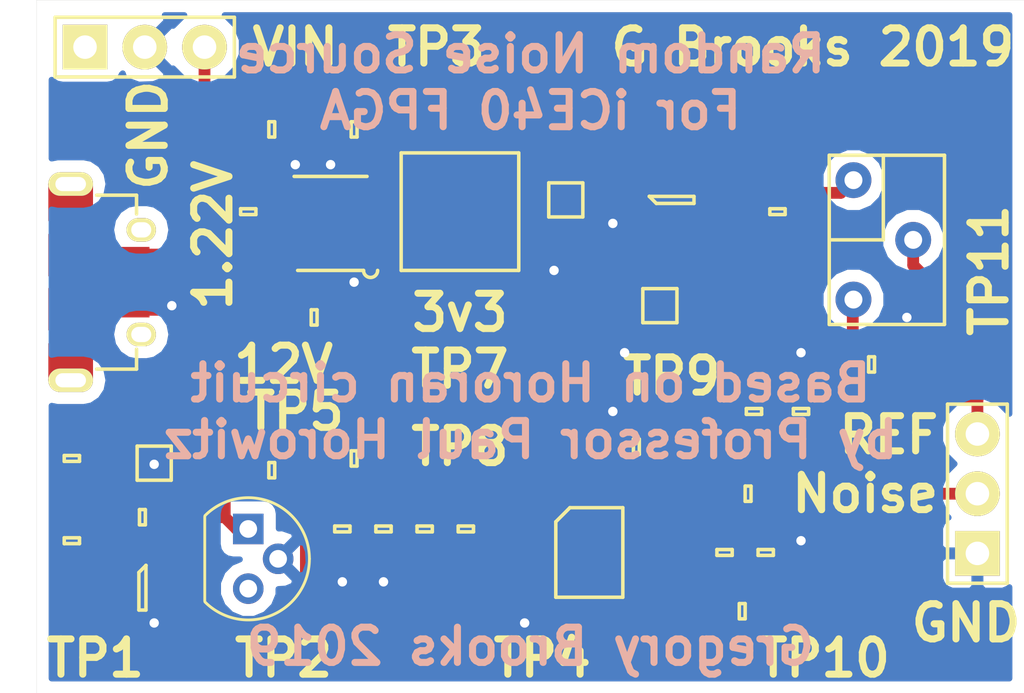
<source format=kicad_pcb>
(kicad_pcb (version 20171130) (host pcbnew "(5.0.0-rc3-dev)")

  (general
    (thickness 1.6)
    (drawings 25)
    (tracks 257)
    (zones 0)
    (modules 46)
    (nets 27)
  )

  (page A4)
  (title_block
    (title Zener-RNG)
    (date 2019-03-09)
    (rev 1.0)
    (company "Cambridge University Engineering Department")
    (comment 1 "Gregory Brooks gb510")
  )

  (layers
    (0 F.Cu signal)
    (31 B.Cu signal)
    (32 B.Adhes user)
    (33 F.Adhes user)
    (34 B.Paste user)
    (35 F.Paste user)
    (36 B.SilkS user hide)
    (37 F.SilkS user)
    (38 B.Mask user)
    (39 F.Mask user)
    (40 Dwgs.User user)
    (41 Cmts.User user)
    (42 Eco1.User user)
    (43 Eco2.User user)
    (44 Edge.Cuts user)
    (45 Margin user)
    (46 B.CrtYd user)
    (47 F.CrtYd user)
    (48 B.Fab user)
    (49 F.Fab user hide)
  )

  (setup
    (last_trace_width 0.5)
    (user_trace_width 0.5)
    (trace_clearance 0.2)
    (zone_clearance 0.508)
    (zone_45_only no)
    (trace_min 0.2)
    (segment_width 0.2)
    (edge_width 0.15)
    (via_size 0.8)
    (via_drill 0.4)
    (via_min_size 0.4)
    (via_min_drill 0.3)
    (uvia_size 0.3)
    (uvia_drill 0.1)
    (uvias_allowed no)
    (uvia_min_size 0.2)
    (uvia_min_drill 0.1)
    (pcb_text_width 0.3)
    (pcb_text_size 1.5 1.5)
    (mod_edge_width 0.15)
    (mod_text_size 1 1)
    (mod_text_width 0.15)
    (pad_size 1.524 1.524)
    (pad_drill 0.762)
    (pad_to_mask_clearance 0.2)
    (aux_axis_origin 0 0)
    (visible_elements FFFFFF7F)
    (pcbplotparams
      (layerselection 0x010fc_ffffffff)
      (usegerberextensions false)
      (usegerberattributes false)
      (usegerberadvancedattributes false)
      (creategerberjobfile false)
      (excludeedgelayer true)
      (linewidth 0.100000)
      (plotframeref false)
      (viasonmask false)
      (mode 1)
      (useauxorigin false)
      (hpglpennumber 1)
      (hpglpenspeed 20)
      (hpglpendiameter 15.000000)
      (psnegative false)
      (psa4output false)
      (plotreference true)
      (plotvalue true)
      (plotinvisibletext false)
      (padsonsilk false)
      (subtractmaskfromsilk false)
      (outputformat 1)
      (mirror false)
      (drillshape 1)
      (scaleselection 1)
      (outputdirectory ""))
  )

  (net 0 "")
  (net 1 "Net-(C1-Pad1)")
  (net 2 GND)
  (net 3 VCC)
  (net 4 "Net-(C5-Pad1)")
  (net 5 3v3)
  (net 6 12v)
  (net 7 "Net-(C10-Pad2)")
  (net 8 "Net-(C10-Pad1)")
  (net 9 "Net-(D1-Pad1)")
  (net 10 "Net-(J1-Pad3)")
  (net 11 "Net-(J1-Pad4)")
  (net 12 "Net-(J1-Pad2)")
  (net 13 "Net-(J1-PadS)")
  (net 14 "Net-(J3-Pad3)")
  (net 15 "Net-(L1-Pad2)")
  (net 16 "Net-(Q1-Pad3)")
  (net 17 "Net-(R6-Pad2)")
  (net 18 "Net-(R8-Pad2)")
  (net 19 "Net-(R10-Pad1)")
  (net 20 "Net-(J2-Pad1)")
  (net 21 "Net-(C2-Pad2)")
  (net 22 "Net-(C2-Pad1)")
  (net 23 "Net-(C6-Pad1)")
  (net 24 "Net-(R6-Pad1)")
  (net 25 "Net-(R14-Pad1)")
  (net 26 "Net-(R15-Pad3)")

  (net_class Default "This is the default net class."
    (clearance 0.2)
    (trace_width 0.25)
    (via_dia 0.8)
    (via_drill 0.4)
    (uvia_dia 0.3)
    (uvia_drill 0.1)
    (add_net 12v)
    (add_net 3v3)
    (add_net GND)
    (add_net "Net-(C1-Pad1)")
    (add_net "Net-(C10-Pad1)")
    (add_net "Net-(C10-Pad2)")
    (add_net "Net-(C2-Pad1)")
    (add_net "Net-(C2-Pad2)")
    (add_net "Net-(C5-Pad1)")
    (add_net "Net-(C6-Pad1)")
    (add_net "Net-(D1-Pad1)")
    (add_net "Net-(J1-Pad2)")
    (add_net "Net-(J1-Pad3)")
    (add_net "Net-(J1-Pad4)")
    (add_net "Net-(J1-PadS)")
    (add_net "Net-(J2-Pad1)")
    (add_net "Net-(J3-Pad3)")
    (add_net "Net-(L1-Pad2)")
    (add_net "Net-(Q1-Pad3)")
    (add_net "Net-(R10-Pad1)")
    (add_net "Net-(R14-Pad1)")
    (add_net "Net-(R15-Pad3)")
    (add_net "Net-(R6-Pad1)")
    (add_net "Net-(R6-Pad2)")
    (add_net "Net-(R8-Pad2)")
    (add_net VCC)
  )

  (module agg:TESTPAD (layer F.Cu) (tedit 5695CD9A) (tstamp 5C8655E1)
    (at 98 143.5)
    (path /5C88E316)
    (fp_text reference TP4 (at 0 -1.4) (layer F.Fab) hide
      (effects (font (size 1 1) (thickness 0.15)))
    )
    (fp_text value TESTPAD (at 0 1.6) (layer F.Fab) hide
      (effects (font (size 1 1) (thickness 0.15)))
    )
    (fp_line (start -0.75 0.75) (end 0.75 0.75) (layer F.CrtYd) (width 0.01))
    (fp_line (start -0.75 -0.75) (end -0.75 0.75) (layer F.CrtYd) (width 0.01))
    (fp_line (start 0.75 -0.75) (end -0.75 -0.75) (layer F.CrtYd) (width 0.01))
    (fp_line (start 0.75 0.75) (end 0.75 -0.75) (layer F.CrtYd) (width 0.01))
    (pad 1 smd circle (at 0 0) (size 1 1) (layers F.Cu F.Mask)
      (net 21 "Net-(C2-Pad2)"))
  )

  (module agg:1206 (layer F.Cu) (tedit 57654490) (tstamp 5C8654FC)
    (at 85 135.7)
    (path /5C82DE84)
    (fp_text reference C1 (at -3.025 0 90) (layer F.Fab)
      (effects (font (size 1 1) (thickness 0.15)))
    )
    (fp_text value 1.5uF (at 3.025 0 90) (layer F.Fab)
      (effects (font (size 1 1) (thickness 0.15)))
    )
    (fp_line (start -1.6 -0.8) (end 1.6 -0.8) (layer F.Fab) (width 0.01))
    (fp_line (start 1.6 -0.8) (end 1.6 0.8) (layer F.Fab) (width 0.01))
    (fp_line (start 1.6 0.8) (end -1.6 0.8) (layer F.Fab) (width 0.01))
    (fp_line (start -1.6 0.8) (end -1.6 -0.8) (layer F.Fab) (width 0.01))
    (fp_line (start -1 -0.8) (end -1 0.8) (layer F.Fab) (width 0.01))
    (fp_line (start 1 -0.8) (end 1 0.8) (layer F.Fab) (width 0.01))
    (fp_line (start -0.725 -0.725) (end 0.725 -0.725) (layer F.SilkS) (width 0.15))
    (fp_line (start 0.725 -0.725) (end 0.725 0.725) (layer F.SilkS) (width 0.15))
    (fp_line (start 0.725 0.725) (end -0.725 0.725) (layer F.SilkS) (width 0.15))
    (fp_line (start -0.725 0.725) (end -0.725 -0.725) (layer F.SilkS) (width 0.15))
    (fp_line (start -2.35 -1.15) (end 2.35 -1.15) (layer F.CrtYd) (width 0.01))
    (fp_line (start 2.35 -1.15) (end 2.35 1.15) (layer F.CrtYd) (width 0.01))
    (fp_line (start 2.35 1.15) (end -2.35 1.15) (layer F.CrtYd) (width 0.01))
    (fp_line (start -2.35 1.15) (end -2.35 -1.15) (layer F.CrtYd) (width 0.01))
    (pad 1 smd rect (at -1.5 0) (size 1.15 1.8) (layers F.Cu F.Paste F.Mask)
      (net 1 "Net-(C1-Pad1)"))
    (pad 2 smd rect (at 1.5 0) (size 1.15 1.8) (layers F.Cu F.Paste F.Mask)
      (net 2 GND))
    (model ${KISYS3DMOD}/Resistors_SMD.3dshapes/R_1206.wrl
      (at (xyz 0 0 0))
      (scale (xyz 1 1 1))
      (rotate (xyz 0 0 0))
    )
  )

  (module agg:0603 (layer F.Cu) (tedit 57654490) (tstamp 5C8419A5)
    (at 93.5 121.5)
    (path /5C8794CB)
    (fp_text reference C4 (at -2.225 0 90) (layer F.Fab)
      (effects (font (size 1 1) (thickness 0.15)))
    )
    (fp_text value 10uF (at 2.225 0 90) (layer F.Fab)
      (effects (font (size 1 1) (thickness 0.15)))
    )
    (fp_line (start -0.8 -0.4) (end 0.8 -0.4) (layer F.Fab) (width 0.01))
    (fp_line (start 0.8 -0.4) (end 0.8 0.4) (layer F.Fab) (width 0.01))
    (fp_line (start 0.8 0.4) (end -0.8 0.4) (layer F.Fab) (width 0.01))
    (fp_line (start -0.8 0.4) (end -0.8 -0.4) (layer F.Fab) (width 0.01))
    (fp_line (start -0.45 -0.4) (end -0.45 0.4) (layer F.Fab) (width 0.01))
    (fp_line (start 0.45 -0.4) (end 0.45 0.4) (layer F.Fab) (width 0.01))
    (fp_line (start -0.125 -0.325) (end 0.125 -0.325) (layer F.SilkS) (width 0.15))
    (fp_line (start 0.125 -0.325) (end 0.125 0.325) (layer F.SilkS) (width 0.15))
    (fp_line (start 0.125 0.325) (end -0.125 0.325) (layer F.SilkS) (width 0.15))
    (fp_line (start -0.125 0.325) (end -0.125 -0.325) (layer F.SilkS) (width 0.15))
    (fp_line (start -1.55 -0.75) (end 1.55 -0.75) (layer F.CrtYd) (width 0.01))
    (fp_line (start 1.55 -0.75) (end 1.55 0.75) (layer F.CrtYd) (width 0.01))
    (fp_line (start 1.55 0.75) (end -1.55 0.75) (layer F.CrtYd) (width 0.01))
    (fp_line (start -1.55 0.75) (end -1.55 -0.75) (layer F.CrtYd) (width 0.01))
    (pad 1 smd rect (at -0.8 0) (size 0.95 1) (layers F.Cu F.Paste F.Mask)
      (net 2 GND))
    (pad 2 smd rect (at 0.8 0) (size 0.95 1) (layers F.Cu F.Paste F.Mask)
      (net 3 VCC))
    (model ${KISYS3DMOD}/Resistors_SMD.3dshapes/R_0603.wrl
      (at (xyz 0 0 0))
      (scale (xyz 1 1 1))
      (rotate (xyz 0 0 0))
    )
  )

  (module agg:0603 (layer F.Cu) (tedit 57654490) (tstamp 5C8654C3)
    (at 94.75 138.5 270)
    (path /5C8318D3)
    (fp_text reference C5 (at -2.225 0) (layer F.Fab)
      (effects (font (size 1 1) (thickness 0.15)))
    )
    (fp_text value 33nF (at 2.225 0) (layer F.Fab)
      (effects (font (size 1 1) (thickness 0.15)))
    )
    (fp_line (start -0.8 -0.4) (end 0.8 -0.4) (layer F.Fab) (width 0.01))
    (fp_line (start 0.8 -0.4) (end 0.8 0.4) (layer F.Fab) (width 0.01))
    (fp_line (start 0.8 0.4) (end -0.8 0.4) (layer F.Fab) (width 0.01))
    (fp_line (start -0.8 0.4) (end -0.8 -0.4) (layer F.Fab) (width 0.01))
    (fp_line (start -0.45 -0.4) (end -0.45 0.4) (layer F.Fab) (width 0.01))
    (fp_line (start 0.45 -0.4) (end 0.45 0.4) (layer F.Fab) (width 0.01))
    (fp_line (start -0.125 -0.325) (end 0.125 -0.325) (layer F.SilkS) (width 0.15))
    (fp_line (start 0.125 -0.325) (end 0.125 0.325) (layer F.SilkS) (width 0.15))
    (fp_line (start 0.125 0.325) (end -0.125 0.325) (layer F.SilkS) (width 0.15))
    (fp_line (start -0.125 0.325) (end -0.125 -0.325) (layer F.SilkS) (width 0.15))
    (fp_line (start -1.55 -0.75) (end 1.55 -0.75) (layer F.CrtYd) (width 0.01))
    (fp_line (start 1.55 -0.75) (end 1.55 0.75) (layer F.CrtYd) (width 0.01))
    (fp_line (start 1.55 0.75) (end -1.55 0.75) (layer F.CrtYd) (width 0.01))
    (fp_line (start -1.55 0.75) (end -1.55 -0.75) (layer F.CrtYd) (width 0.01))
    (pad 1 smd rect (at -0.8 0 270) (size 0.95 1) (layers F.Cu F.Paste F.Mask)
      (net 4 "Net-(C5-Pad1)"))
    (pad 2 smd rect (at 0.8 0 270) (size 0.95 1) (layers F.Cu F.Paste F.Mask)
      (net 2 GND))
    (model ${KISYS3DMOD}/Resistors_SMD.3dshapes/R_0603.wrl
      (at (xyz 0 0 0))
      (scale (xyz 1 1 1))
      (rotate (xyz 0 0 0))
    )
  )

  (module agg:0603 (layer F.Cu) (tedit 57654490) (tstamp 5C8419F5)
    (at 91.8 129.5 180)
    (path /5C86709B)
    (fp_text reference C8 (at -2.225 0 270) (layer F.Fab)
      (effects (font (size 1 1) (thickness 0.15)))
    )
    (fp_text value 10uF (at 2.225 0 270) (layer F.Fab)
      (effects (font (size 1 1) (thickness 0.15)))
    )
    (fp_line (start -1.55 0.75) (end -1.55 -0.75) (layer F.CrtYd) (width 0.01))
    (fp_line (start 1.55 0.75) (end -1.55 0.75) (layer F.CrtYd) (width 0.01))
    (fp_line (start 1.55 -0.75) (end 1.55 0.75) (layer F.CrtYd) (width 0.01))
    (fp_line (start -1.55 -0.75) (end 1.55 -0.75) (layer F.CrtYd) (width 0.01))
    (fp_line (start -0.125 0.325) (end -0.125 -0.325) (layer F.SilkS) (width 0.15))
    (fp_line (start 0.125 0.325) (end -0.125 0.325) (layer F.SilkS) (width 0.15))
    (fp_line (start 0.125 -0.325) (end 0.125 0.325) (layer F.SilkS) (width 0.15))
    (fp_line (start -0.125 -0.325) (end 0.125 -0.325) (layer F.SilkS) (width 0.15))
    (fp_line (start 0.45 -0.4) (end 0.45 0.4) (layer F.Fab) (width 0.01))
    (fp_line (start -0.45 -0.4) (end -0.45 0.4) (layer F.Fab) (width 0.01))
    (fp_line (start -0.8 0.4) (end -0.8 -0.4) (layer F.Fab) (width 0.01))
    (fp_line (start 0.8 0.4) (end -0.8 0.4) (layer F.Fab) (width 0.01))
    (fp_line (start 0.8 -0.4) (end 0.8 0.4) (layer F.Fab) (width 0.01))
    (fp_line (start -0.8 -0.4) (end 0.8 -0.4) (layer F.Fab) (width 0.01))
    (pad 2 smd rect (at 0.8 0 180) (size 0.95 1) (layers F.Cu F.Paste F.Mask)
      (net 6 12v))
    (pad 1 smd rect (at -0.8 0 180) (size 0.95 1) (layers F.Cu F.Paste F.Mask)
      (net 2 GND))
    (model ${KISYS3DMOD}/Resistors_SMD.3dshapes/R_0603.wrl
      (at (xyz 0 0 0))
      (scale (xyz 1 1 1))
      (rotate (xyz 0 0 0))
    )
  )

  (module agg:0603 (layer F.Cu) (tedit 57654490) (tstamp 5C86548A)
    (at 105.5 135 180)
    (path /5C837B86)
    (fp_text reference C9 (at -2.225 0 270) (layer F.Fab)
      (effects (font (size 1 1) (thickness 0.15)))
    )
    (fp_text value 100nF (at 2.225 0 270) (layer F.Fab)
      (effects (font (size 1 1) (thickness 0.15)))
    )
    (fp_line (start -0.8 -0.4) (end 0.8 -0.4) (layer F.Fab) (width 0.01))
    (fp_line (start 0.8 -0.4) (end 0.8 0.4) (layer F.Fab) (width 0.01))
    (fp_line (start 0.8 0.4) (end -0.8 0.4) (layer F.Fab) (width 0.01))
    (fp_line (start -0.8 0.4) (end -0.8 -0.4) (layer F.Fab) (width 0.01))
    (fp_line (start -0.45 -0.4) (end -0.45 0.4) (layer F.Fab) (width 0.01))
    (fp_line (start 0.45 -0.4) (end 0.45 0.4) (layer F.Fab) (width 0.01))
    (fp_line (start -0.125 -0.325) (end 0.125 -0.325) (layer F.SilkS) (width 0.15))
    (fp_line (start 0.125 -0.325) (end 0.125 0.325) (layer F.SilkS) (width 0.15))
    (fp_line (start 0.125 0.325) (end -0.125 0.325) (layer F.SilkS) (width 0.15))
    (fp_line (start -0.125 0.325) (end -0.125 -0.325) (layer F.SilkS) (width 0.15))
    (fp_line (start -1.55 -0.75) (end 1.55 -0.75) (layer F.CrtYd) (width 0.01))
    (fp_line (start 1.55 -0.75) (end 1.55 0.75) (layer F.CrtYd) (width 0.01))
    (fp_line (start 1.55 0.75) (end -1.55 0.75) (layer F.CrtYd) (width 0.01))
    (fp_line (start -1.55 0.75) (end -1.55 -0.75) (layer F.CrtYd) (width 0.01))
    (pad 1 smd rect (at -0.8 0 180) (size 0.95 1) (layers F.Cu F.Paste F.Mask)
      (net 6 12v))
    (pad 2 smd rect (at 0.8 0 180) (size 0.95 1) (layers F.Cu F.Paste F.Mask)
      (net 2 GND))
    (model ${KISYS3DMOD}/Resistors_SMD.3dshapes/R_0603.wrl
      (at (xyz 0 0 0))
      (scale (xyz 1 1 1))
      (rotate (xyz 0 0 0))
    )
  )

  (module agg:0603 (layer F.Cu) (tedit 57654490) (tstamp 5C865451)
    (at 110.25 137)
    (path /5C8385F2)
    (fp_text reference C10 (at -2.225 0 90) (layer F.Fab)
      (effects (font (size 1 1) (thickness 0.15)))
    )
    (fp_text value 3.3nF (at 2.225 0 90) (layer F.Fab)
      (effects (font (size 1 1) (thickness 0.15)))
    )
    (fp_line (start -1.55 0.75) (end -1.55 -0.75) (layer F.CrtYd) (width 0.01))
    (fp_line (start 1.55 0.75) (end -1.55 0.75) (layer F.CrtYd) (width 0.01))
    (fp_line (start 1.55 -0.75) (end 1.55 0.75) (layer F.CrtYd) (width 0.01))
    (fp_line (start -1.55 -0.75) (end 1.55 -0.75) (layer F.CrtYd) (width 0.01))
    (fp_line (start -0.125 0.325) (end -0.125 -0.325) (layer F.SilkS) (width 0.15))
    (fp_line (start 0.125 0.325) (end -0.125 0.325) (layer F.SilkS) (width 0.15))
    (fp_line (start 0.125 -0.325) (end 0.125 0.325) (layer F.SilkS) (width 0.15))
    (fp_line (start -0.125 -0.325) (end 0.125 -0.325) (layer F.SilkS) (width 0.15))
    (fp_line (start 0.45 -0.4) (end 0.45 0.4) (layer F.Fab) (width 0.01))
    (fp_line (start -0.45 -0.4) (end -0.45 0.4) (layer F.Fab) (width 0.01))
    (fp_line (start -0.8 0.4) (end -0.8 -0.4) (layer F.Fab) (width 0.01))
    (fp_line (start 0.8 0.4) (end -0.8 0.4) (layer F.Fab) (width 0.01))
    (fp_line (start 0.8 -0.4) (end 0.8 0.4) (layer F.Fab) (width 0.01))
    (fp_line (start -0.8 -0.4) (end 0.8 -0.4) (layer F.Fab) (width 0.01))
    (pad 2 smd rect (at 0.8 0) (size 0.95 1) (layers F.Cu F.Paste F.Mask)
      (net 7 "Net-(C10-Pad2)"))
    (pad 1 smd rect (at -0.8 0) (size 0.95 1) (layers F.Cu F.Paste F.Mask)
      (net 8 "Net-(C10-Pad1)"))
    (model ${KISYS3DMOD}/Resistors_SMD.3dshapes/R_0603.wrl
      (at (xyz 0 0 0))
      (scale (xyz 1 1 1))
      (rotate (xyz 0 0 0))
    )
  )

  (module agg:SOT-23 (layer F.Cu) (tedit 5765688A) (tstamp 5C865404)
    (at 84.5 141)
    (path /5C82D417)
    (fp_text reference D1 (at 0 -2.45) (layer F.Fab)
      (effects (font (size 1 1) (thickness 0.15)))
    )
    (fp_text value LM4040-10V (at 0 2.45) (layer F.Fab)
      (effects (font (size 1 1) (thickness 0.15)))
    )
    (fp_line (start -1.9 1.75) (end -1.9 -1.75) (layer F.CrtYd) (width 0.01))
    (fp_line (start 1.9 1.75) (end -1.9 1.75) (layer F.CrtYd) (width 0.01))
    (fp_line (start 1.9 -1.75) (end 1.9 1.75) (layer F.CrtYd) (width 0.01))
    (fp_line (start -1.9 -1.75) (end 1.9 -1.75) (layer F.CrtYd) (width 0.01))
    (fp_line (start -0.15 -0.65) (end 0.15 -0.95) (layer F.SilkS) (width 0.15))
    (fp_line (start -0.15 0.95) (end -0.15 -0.65) (layer F.SilkS) (width 0.15))
    (fp_line (start 0.15 0.95) (end -0.15 0.95) (layer F.SilkS) (width 0.15))
    (fp_line (start 0.15 -0.95) (end 0.15 0.95) (layer F.SilkS) (width 0.15))
    (fp_line (start 0.15 -0.95) (end 0.15 -0.95) (layer F.SilkS) (width 0.15))
    (fp_line (start 1.25 0.24) (end 0.7 0.24) (layer F.Fab) (width 0.01))
    (fp_line (start 1.25 -0.24) (end 1.25 0.24) (layer F.Fab) (width 0.01))
    (fp_line (start 0.7 -0.24) (end 1.25 -0.24) (layer F.Fab) (width 0.01))
    (fp_line (start -1.25 1.19) (end -1.25 0.71) (layer F.Fab) (width 0.01))
    (fp_line (start -0.7 1.19) (end -1.25 1.19) (layer F.Fab) (width 0.01))
    (fp_line (start -1.25 0.71) (end -0.7 0.71) (layer F.Fab) (width 0.01))
    (fp_line (start -1.25 -0.71) (end -1.25 -1.19) (layer F.Fab) (width 0.01))
    (fp_line (start -0.7 -0.71) (end -1.25 -0.71) (layer F.Fab) (width 0.01))
    (fp_line (start -1.25 -1.19) (end -0.7 -1.19) (layer F.Fab) (width 0.01))
    (fp_circle (center 0.1 -0.7) (end 0.1 -0.3) (layer F.Fab) (width 0.01))
    (fp_line (start -0.7 1.5) (end -0.7 -1.5) (layer F.Fab) (width 0.01))
    (fp_line (start 0.7 1.5) (end -0.7 1.5) (layer F.Fab) (width 0.01))
    (fp_line (start 0.7 -1.5) (end 0.7 1.5) (layer F.Fab) (width 0.01))
    (fp_line (start -0.7 -1.5) (end 0.7 -1.5) (layer F.Fab) (width 0.01))
    (pad 3 smd rect (at 1.15 0) (size 1 0.6) (layers F.Cu F.Paste F.Mask))
    (pad 2 smd rect (at -1.15 0.95) (size 1 0.6) (layers F.Cu F.Paste F.Mask)
      (net 2 GND))
    (pad 1 smd rect (at -1.15 -0.95) (size 1 0.6) (layers F.Cu F.Paste F.Mask)
      (net 9 "Net-(D1-Pad1)"))
    (model ${KISYS3DMOD}/TO_SOT_Packages_SMD.3dshapes/SOT-23.wrl
      (at (xyz 0 0 0))
      (scale (xyz 1 1 1))
      (rotate (xyz 0 0 90))
    )
  )

  (module agg:SOT-23 (layer F.Cu) (tedit 5765688A) (tstamp 5C841A59)
    (at 107 124.5 90)
    (path /5C8DD182)
    (fp_text reference IC1 (at 0 -2.45 90) (layer F.Fab)
      (effects (font (size 1 1) (thickness 0.15)))
    )
    (fp_text value MCP1700 (at 0 2.45 90) (layer F.Fab)
      (effects (font (size 1 1) (thickness 0.15)))
    )
    (fp_line (start -0.7 -1.5) (end 0.7 -1.5) (layer F.Fab) (width 0.01))
    (fp_line (start 0.7 -1.5) (end 0.7 1.5) (layer F.Fab) (width 0.01))
    (fp_line (start 0.7 1.5) (end -0.7 1.5) (layer F.Fab) (width 0.01))
    (fp_line (start -0.7 1.5) (end -0.7 -1.5) (layer F.Fab) (width 0.01))
    (fp_circle (center 0.1 -0.7) (end 0.1 -0.3) (layer F.Fab) (width 0.01))
    (fp_line (start -1.25 -1.19) (end -0.7 -1.19) (layer F.Fab) (width 0.01))
    (fp_line (start -0.7 -0.71) (end -1.25 -0.71) (layer F.Fab) (width 0.01))
    (fp_line (start -1.25 -0.71) (end -1.25 -1.19) (layer F.Fab) (width 0.01))
    (fp_line (start -1.25 0.71) (end -0.7 0.71) (layer F.Fab) (width 0.01))
    (fp_line (start -0.7 1.19) (end -1.25 1.19) (layer F.Fab) (width 0.01))
    (fp_line (start -1.25 1.19) (end -1.25 0.71) (layer F.Fab) (width 0.01))
    (fp_line (start 0.7 -0.24) (end 1.25 -0.24) (layer F.Fab) (width 0.01))
    (fp_line (start 1.25 -0.24) (end 1.25 0.24) (layer F.Fab) (width 0.01))
    (fp_line (start 1.25 0.24) (end 0.7 0.24) (layer F.Fab) (width 0.01))
    (fp_line (start 0.15 -0.95) (end 0.15 -0.95) (layer F.SilkS) (width 0.15))
    (fp_line (start 0.15 -0.95) (end 0.15 0.95) (layer F.SilkS) (width 0.15))
    (fp_line (start 0.15 0.95) (end -0.15 0.95) (layer F.SilkS) (width 0.15))
    (fp_line (start -0.15 0.95) (end -0.15 -0.65) (layer F.SilkS) (width 0.15))
    (fp_line (start -0.15 -0.65) (end 0.15 -0.95) (layer F.SilkS) (width 0.15))
    (fp_line (start -1.9 -1.75) (end 1.9 -1.75) (layer F.CrtYd) (width 0.01))
    (fp_line (start 1.9 -1.75) (end 1.9 1.75) (layer F.CrtYd) (width 0.01))
    (fp_line (start 1.9 1.75) (end -1.9 1.75) (layer F.CrtYd) (width 0.01))
    (fp_line (start -1.9 1.75) (end -1.9 -1.75) (layer F.CrtYd) (width 0.01))
    (pad 1 smd rect (at -1.15 -0.95 90) (size 1 0.6) (layers F.Cu F.Paste F.Mask)
      (net 2 GND))
    (pad 2 smd rect (at -1.15 0.95 90) (size 1 0.6) (layers F.Cu F.Paste F.Mask)
      (net 5 3v3))
    (pad 3 smd rect (at 1.15 0 90) (size 1 0.6) (layers F.Cu F.Paste F.Mask)
      (net 3 VCC))
    (model ${KISYS3DMOD}/TO_SOT_Packages_SMD.3dshapes/SOT-23.wrl
      (at (xyz 0 0 0))
      (scale (xyz 1 1 1))
      (rotate (xyz 0 0 90))
    )
  )

  (module agg:MICROUSB_MOLEX_47589-0001 (layer F.Cu) (tedit 5688C817) (tstamp 5C841A9C)
    (at 81.45 128 270)
    (path /5C82F0F6)
    (fp_text reference J1 (at 0 -4.75 270) (layer F.Fab)
      (effects (font (size 1 1) (thickness 0.15)))
    )
    (fp_text value MICROUSB (at 0 3.75 270) (layer F.Fab)
      (effects (font (size 1 1) (thickness 0.15)))
    )
    (fp_line (start 5 3) (end -5 3) (layer F.CrtYd) (width 0.01))
    (fp_line (start 5 -4) (end 5 3) (layer F.CrtYd) (width 0.01))
    (fp_line (start -5 -4) (end 5 -4) (layer F.CrtYd) (width 0.01))
    (fp_line (start -5 3) (end -5 -4) (layer F.CrtYd) (width 0.01))
    (fp_line (start -3.7 -2.8) (end -3.7 -1.1) (layer F.SilkS) (width 0.15))
    (fp_line (start -2.9 -2.8) (end -3.7 -2.8) (layer F.SilkS) (width 0.15))
    (fp_line (start 3.7 -2.8) (end 2.85 -2.8) (layer F.SilkS) (width 0.15))
    (fp_line (start 3.7 -1.1) (end 3.7 -2.8) (layer F.SilkS) (width 0.15))
    (fp_line (start -1.17 -2.2) (end -1.17 -2.85) (layer F.Fab) (width 0.01))
    (fp_line (start -1.43 -2.2) (end -1.17 -2.2) (layer F.Fab) (width 0.01))
    (fp_line (start -1.43 -2.85) (end -1.43 -2.2) (layer F.Fab) (width 0.01))
    (fp_line (start -0.52 -2.2) (end -0.52 -2.85) (layer F.Fab) (width 0.01))
    (fp_line (start -0.78 -2.2) (end -0.52 -2.2) (layer F.Fab) (width 0.01))
    (fp_line (start -0.78 -2.85) (end -0.78 -2.2) (layer F.Fab) (width 0.01))
    (fp_line (start 1.43 -2.2) (end 1.43 -2.85) (layer F.Fab) (width 0.01))
    (fp_line (start 1.17 -2.2) (end 1.43 -2.2) (layer F.Fab) (width 0.01))
    (fp_line (start 1.17 -2.85) (end 1.17 -2.2) (layer F.Fab) (width 0.01))
    (fp_line (start 0.78 -2.2) (end 0.78 -2.85) (layer F.Fab) (width 0.01))
    (fp_line (start 0.52 -2.2) (end 0.78 -2.2) (layer F.Fab) (width 0.01))
    (fp_line (start 0.52 -2.85) (end 0.52 -2.2) (layer F.Fab) (width 0.01))
    (fp_line (start -0.13 -2.2) (end -0.13 -2.85) (layer F.Fab) (width 0.01))
    (fp_line (start 0.13 -2.2) (end -0.13 -2.2) (layer F.Fab) (width 0.01))
    (fp_line (start 0.13 -2.85) (end 0.13 -2.2) (layer F.Fab) (width 0.01))
    (fp_line (start -2.45 -3.15) (end -2.45 -2.85) (layer F.Fab) (width 0.01))
    (fp_line (start -2 -3.15) (end -2.45 -3.15) (layer F.Fab) (width 0.01))
    (fp_line (start -2 -2.85) (end -2 -3.15) (layer F.Fab) (width 0.01))
    (fp_line (start 2.45 -3.15) (end 2.45 -2.85) (layer F.Fab) (width 0.01))
    (fp_line (start 2 -3.15) (end 2.45 -3.15) (layer F.Fab) (width 0.01))
    (fp_line (start 2 -2.85) (end 2 -3.15) (layer F.Fab) (width 0.01))
    (fp_line (start -4.03 -0.45) (end -4.03 0.45) (layer F.Fab) (width 0.01))
    (fp_line (start 4.03 0.45) (end 4.03 0.45) (layer F.Fab) (width 0.01))
    (fp_line (start 4.03 -0.45) (end 4.03 0.45) (layer F.Fab) (width 0.01))
    (fp_line (start 4.33 -0.45) (end 3.75 -0.45) (layer F.Fab) (width 0.01))
    (fp_line (start 4.33 0.45) (end 4.33 -0.45) (layer F.Fab) (width 0.01))
    (fp_line (start 3.75 0.45) (end 4.33 0.45) (layer F.Fab) (width 0.01))
    (fp_line (start 3.75 -2.85) (end 3.75 2.75) (layer F.Fab) (width 0.01))
    (fp_line (start -3.75 -2.85) (end 3.75 -2.85) (layer F.Fab) (width 0.01))
    (fp_line (start -3.75 2.75) (end -3.75 -2.85) (layer F.Fab) (width 0.01))
    (fp_line (start -3.95 2.75) (end -3.75 2.15) (layer F.Fab) (width 0.01))
    (fp_line (start -4.1 2.75) (end -3.95 2.75) (layer F.Fab) (width 0.01))
    (fp_line (start 3.95 2.75) (end 3.75 2.15) (layer F.Fab) (width 0.01))
    (fp_line (start 4.1 2.75) (end 3.95 2.75) (layer F.Fab) (width 0.01))
    (fp_line (start 3.9 2.15) (end -3.9 2.15) (layer F.Fab) (width 0.01))
    (fp_line (start 4.1 2.75) (end 3.9 2.15) (layer F.Fab) (width 0.01))
    (fp_line (start -4.675 1.45) (end 4.675 1.45) (layer F.Fab) (width 0.01))
    (fp_line (start -3.75 2.75) (end 3.75 2.75) (layer F.Fab) (width 0.01))
    (fp_line (start -4.1 2.75) (end -3.9 2.15) (layer F.Fab) (width 0.01))
    (fp_line (start -4.33 -0.45) (end -3.75 -0.45) (layer F.Fab) (width 0.01))
    (fp_line (start -4.33 0.45) (end -4.33 -0.45) (layer F.Fab) (width 0.01))
    (fp_line (start -3.75 0.45) (end -4.33 0.45) (layer F.Fab) (width 0.01))
    (pad 3 smd rect (at 0 -2.675 270) (size 0.4 1.35) (layers F.Cu F.Paste F.Mask)
      (net 10 "Net-(J1-Pad3)"))
    (pad 4 smd rect (at 0.65 -2.675 270) (size 0.4 1.35) (layers F.Cu F.Paste F.Mask)
      (net 11 "Net-(J1-Pad4)"))
    (pad 2 smd rect (at -0.65 -2.675 270) (size 0.4 1.35) (layers F.Cu F.Paste F.Mask)
      (net 12 "Net-(J1-Pad2)"))
    (pad 1 smd rect (at -1.3 -2.675 270) (size 0.4 1.35) (layers F.Cu F.Paste F.Mask)
      (net 3 VCC))
    (pad 5 smd rect (at 1.3 -2.675 270) (size 0.4 1.35) (layers F.Cu F.Paste F.Mask)
      (net 2 GND))
    (pad S thru_hole oval (at 2.225 -3 270) (size 1 1.25) (drill oval 0.65 0.85) (layers *.Cu *.Mask F.SilkS)
      (net 13 "Net-(J1-PadS)"))
    (pad "" thru_hole oval (at -2.225 -3 270) (size 1 1.25) (drill oval 0.65 0.85) (layers *.Cu *.Mask F.SilkS))
    (pad "" smd rect (at 1.15 0 270) (size 1.8 1.9) (layers F.Cu F.Paste F.Mask)
      (solder_paste_margin -0.25))
    (pad "" smd rect (at -1.15 0 270) (size 1.8 1.9) (layers F.Cu F.Paste F.Mask)
      (solder_paste_margin -0.25))
    (pad "" smd rect (at 3.3875 0 270) (size 1.575 1.9) (layers F.Cu F.Paste F.Mask)
      (solder_paste_margin -0.3))
    (pad "" thru_hole oval (at 4.175 0 270) (size 1 1.9) (drill oval 0.6 1.3) (layers *.Cu *.Mask F.SilkS))
    (pad "" smd rect (at -3.3875 0 270) (size 1.575 1.9) (layers F.Cu F.Paste F.Mask)
      (solder_paste_margin -0.3))
    (pad "" thru_hole oval (at -4.175 0 270) (size 1 1.9) (drill oval 0.6 1.3) (layers *.Cu *.Mask F.SilkS))
  )

  (module agg:SIL-254P-03 (layer F.Cu) (tedit 57656D66) (tstamp 5C841AAF)
    (at 84.6 118)
    (path /5C9345AF)
    (fp_text reference J2 (at 0 -2.22) (layer F.Fab)
      (effects (font (size 1 1) (thickness 0.15)))
    )
    (fp_text value CONN_01x03 (at 0 2.22) (layer F.Fab)
      (effects (font (size 1 1) (thickness 0.15)))
    )
    (fp_line (start -4.1 1.55) (end -4.1 -1.55) (layer F.CrtYd) (width 0.01))
    (fp_line (start 4.1 1.55) (end -4.1 1.55) (layer F.CrtYd) (width 0.01))
    (fp_line (start 4.1 -1.55) (end 4.1 1.55) (layer F.CrtYd) (width 0.01))
    (fp_line (start -4.1 -1.55) (end 4.1 -1.55) (layer F.CrtYd) (width 0.01))
    (fp_line (start -3.81 1.27) (end -3.81 -1.27) (layer F.SilkS) (width 0.15))
    (fp_line (start 3.81 1.27) (end -3.81 1.27) (layer F.SilkS) (width 0.15))
    (fp_line (start 3.81 -1.27) (end 3.81 1.27) (layer F.SilkS) (width 0.15))
    (fp_line (start -3.81 -1.27) (end 3.81 -1.27) (layer F.SilkS) (width 0.15))
    (fp_line (start -3.81 1.27) (end -3.81 -1.27) (layer F.Fab) (width 0.01))
    (fp_line (start 3.81 1.27) (end -3.81 1.27) (layer F.Fab) (width 0.01))
    (fp_line (start 3.81 -1.27) (end 3.81 1.27) (layer F.Fab) (width 0.01))
    (fp_line (start -3.81 -1.27) (end 3.81 -1.27) (layer F.Fab) (width 0.01))
    (pad 3 thru_hole circle (at 2.54 0) (size 1.9 1.9) (drill 1) (layers *.Cu *.Mask F.SilkS)
      (net 3 VCC))
    (pad 2 thru_hole circle (at 0 0) (size 1.9 1.9) (drill 1) (layers *.Cu *.Mask F.SilkS)
      (net 2 GND))
    (pad 1 thru_hole rect (at -2.54 0) (size 1.9 1.9) (drill 1) (layers *.Cu *.Mask F.SilkS)
      (net 20 "Net-(J2-Pad1)"))
    (model ${KISYS3DMOD}/Pin_Headers.3dshapes/Pin_Header_Straight_1x03.wrl
      (at (xyz 0 0 0))
      (scale (xyz 1 1 1))
      (rotate (xyz 0 0 0))
    )
  )

  (module agg:SIL-254P-03 (layer F.Cu) (tedit 57656D66) (tstamp 5C8653C3)
    (at 120 137 90)
    (path /5C933F4B)
    (fp_text reference J3 (at 0 -2.22 90) (layer F.Fab)
      (effects (font (size 1 1) (thickness 0.15)))
    )
    (fp_text value CONN_01x03 (at 0 2.22 90) (layer F.Fab)
      (effects (font (size 1 1) (thickness 0.15)))
    )
    (fp_line (start -4.1 1.55) (end -4.1 -1.55) (layer F.CrtYd) (width 0.01))
    (fp_line (start 4.1 1.55) (end -4.1 1.55) (layer F.CrtYd) (width 0.01))
    (fp_line (start 4.1 -1.55) (end 4.1 1.55) (layer F.CrtYd) (width 0.01))
    (fp_line (start -4.1 -1.55) (end 4.1 -1.55) (layer F.CrtYd) (width 0.01))
    (fp_line (start -3.81 1.27) (end -3.81 -1.27) (layer F.SilkS) (width 0.15))
    (fp_line (start 3.81 1.27) (end -3.81 1.27) (layer F.SilkS) (width 0.15))
    (fp_line (start 3.81 -1.27) (end 3.81 1.27) (layer F.SilkS) (width 0.15))
    (fp_line (start -3.81 -1.27) (end 3.81 -1.27) (layer F.SilkS) (width 0.15))
    (fp_line (start -3.81 1.27) (end -3.81 -1.27) (layer F.Fab) (width 0.01))
    (fp_line (start 3.81 1.27) (end -3.81 1.27) (layer F.Fab) (width 0.01))
    (fp_line (start 3.81 -1.27) (end 3.81 1.27) (layer F.Fab) (width 0.01))
    (fp_line (start -3.81 -1.27) (end 3.81 -1.27) (layer F.Fab) (width 0.01))
    (pad 3 thru_hole circle (at 2.54 0 90) (size 1.9 1.9) (drill 1) (layers *.Cu *.Mask F.SilkS)
      (net 14 "Net-(J3-Pad3)"))
    (pad 2 thru_hole circle (at 0 0 90) (size 1.9 1.9) (drill 1) (layers *.Cu *.Mask F.SilkS)
      (net 7 "Net-(C10-Pad2)"))
    (pad 1 thru_hole rect (at -2.54 0 90) (size 1.9 1.9) (drill 1) (layers *.Cu *.Mask F.SilkS)
      (net 2 GND))
    (model ${KISYS3DMOD}/Pin_Headers.3dshapes/Pin_Header_Straight_1x03.wrl
      (at (xyz 0 0 0))
      (scale (xyz 1 1 1))
      (rotate (xyz 0 0 0))
    )
  )

  (module zener-rng:WURTH_IND_3.8_3.8_1.65 (layer F.Cu) (tedit 5C8399B2) (tstamp 5C841AFA)
    (at 98 125)
    (path /5C862FE8)
    (fp_text reference L1 (at 0 3.5) (layer F.Fab)
      (effects (font (size 1 1) (thickness 0.15)))
    )
    (fp_text value 4.7uH (at 0 -3.7) (layer F.Fab)
      (effects (font (size 1 1) (thickness 0.15)))
    )
    (fp_line (start -2.5 -2.5) (end -2.5 2.5) (layer F.SilkS) (width 0.15))
    (fp_line (start -2.5 2.5) (end 2.5 2.5) (layer F.SilkS) (width 0.15))
    (fp_line (start 2.5 2.5) (end 2.5 -2.5) (layer F.SilkS) (width 0.15))
    (fp_line (start 2.5 -2.5) (end -2.5 -2.5) (layer F.SilkS) (width 0.15))
    (fp_line (start -2.2 -2.2) (end -2.2 2.2) (layer F.CrtYd) (width 0.01))
    (fp_line (start -2.2 2.2) (end 2.2 2.2) (layer F.CrtYd) (width 0.01))
    (fp_line (start 2.2 2.2) (end 2.2 -2.2) (layer F.CrtYd) (width 0.01))
    (fp_line (start 2.2 -2.2) (end -2.2 -2.2) (layer F.CrtYd) (width 0.01))
    (pad 1 smd rect (at 0 -1.725) (size 4.3 0.85) (layers F.Cu F.Paste F.Mask)
      (net 3 VCC))
    (pad 2 smd rect (at 0 1.725) (size 4.3 0.85) (layers F.Cu F.Paste F.Mask)
      (net 15 "Net-(L1-Pad2)"))
    (pad 1 smd rect (at 1.725 -0.925) (size 0.85 0.75) (layers F.Cu F.Paste F.Mask)
      (net 3 VCC))
    (pad 1 smd rect (at -1.725 -0.925) (size 0.85 0.75) (layers F.Cu F.Paste F.Mask)
      (net 3 VCC))
    (pad 2 smd rect (at 1.725 0.925) (size 0.85 0.75) (layers F.Cu F.Paste F.Mask)
      (net 15 "Net-(L1-Pad2)"))
    (pad 2 smd rect (at -1.725 0.925) (size 0.85 0.75) (layers F.Cu F.Paste F.Mask)
      (net 15 "Net-(L1-Pad2)"))
  )

  (module zener-rng:TO-92 (layer F.Cu) (tedit 5C83A872) (tstamp 5C86538F)
    (at 89 138.5 270)
    (descr "TO-92 leads molded, narrow, drill 0.75mm (see NXP sot054_po.pdf)")
    (tags "to-92 sc-43 sc-43a sot54 PA33 transistor")
    (path /5C82D7B0)
    (fp_text reference Q1 (at 1.27 -3.56 270) (layer F.Fab)
      (effects (font (size 1 1) (thickness 0.15)))
    )
    (fp_text value 2N4401 (at 1.27 2.79 270) (layer F.Fab)
      (effects (font (size 1 1) (thickness 0.15)))
    )
    (fp_text user %R (at 1.27 -3.56 270) (layer F.Fab)
      (effects (font (size 1 1) (thickness 0.15)))
    )
    (fp_line (start -0.53 1.85) (end 3.07 1.85) (layer F.SilkS) (width 0.12))
    (fp_line (start -0.5 1.75) (end 3 1.75) (layer F.Fab) (width 0.1))
    (fp_line (start -1.46 -2.73) (end 4 -2.73) (layer F.CrtYd) (width 0.05))
    (fp_line (start -1.46 -2.73) (end -1.46 2.01) (layer F.CrtYd) (width 0.05))
    (fp_line (start 4 2.01) (end 4 -2.73) (layer F.CrtYd) (width 0.05))
    (fp_line (start 4 2.01) (end -1.46 2.01) (layer F.CrtYd) (width 0.05))
    (fp_arc (start 1.27 0) (end 1.27 -2.48) (angle 135) (layer F.Fab) (width 0.1))
    (fp_arc (start 1.27 0) (end 1.27 -2.6) (angle -135) (layer F.SilkS) (width 0.12))
    (fp_arc (start 1.27 0) (end 1.27 -2.48) (angle -135) (layer F.Fab) (width 0.1))
    (fp_arc (start 1.27 0) (end 1.27 -2.6) (angle 135) (layer F.SilkS) (width 0.12))
    (pad 1 thru_hole circle (at 1.27 -1.27) (size 1.3 1.3) (drill 0.75) (layers *.Cu *.Mask)
      (net 2 GND))
    (pad 3 thru_hole circle (at 2.54 0) (size 1.3 1.3) (drill 0.75) (layers *.Cu *.Mask)
      (net 16 "Net-(Q1-Pad3)"))
    (pad 2 thru_hole rect (at 0 0) (size 1.3 1.3) (drill 0.75) (layers *.Cu *.Mask)
      (net 22 "Net-(C2-Pad1)"))
    (model ${KISYS3DMOD}/Package_TO_SOT_THT.3dshapes/TO-92.wrl
      (at (xyz 0 0 0))
      (scale (xyz 1 1 1))
      (rotate (xyz 0 0 0))
    )
  )

  (module agg:0603 (layer F.Cu) (tedit 57654490) (tstamp 5C865358)
    (at 81.5 135.5 270)
    (path /5C82D4D5)
    (fp_text reference R1 (at -2.225 0) (layer F.Fab)
      (effects (font (size 1 1) (thickness 0.15)))
    )
    (fp_text value 1k (at 2.225 0) (layer F.Fab)
      (effects (font (size 1 1) (thickness 0.15)))
    )
    (fp_line (start -1.55 0.75) (end -1.55 -0.75) (layer F.CrtYd) (width 0.01))
    (fp_line (start 1.55 0.75) (end -1.55 0.75) (layer F.CrtYd) (width 0.01))
    (fp_line (start 1.55 -0.75) (end 1.55 0.75) (layer F.CrtYd) (width 0.01))
    (fp_line (start -1.55 -0.75) (end 1.55 -0.75) (layer F.CrtYd) (width 0.01))
    (fp_line (start -0.125 0.325) (end -0.125 -0.325) (layer F.SilkS) (width 0.15))
    (fp_line (start 0.125 0.325) (end -0.125 0.325) (layer F.SilkS) (width 0.15))
    (fp_line (start 0.125 -0.325) (end 0.125 0.325) (layer F.SilkS) (width 0.15))
    (fp_line (start -0.125 -0.325) (end 0.125 -0.325) (layer F.SilkS) (width 0.15))
    (fp_line (start 0.45 -0.4) (end 0.45 0.4) (layer F.Fab) (width 0.01))
    (fp_line (start -0.45 -0.4) (end -0.45 0.4) (layer F.Fab) (width 0.01))
    (fp_line (start -0.8 0.4) (end -0.8 -0.4) (layer F.Fab) (width 0.01))
    (fp_line (start 0.8 0.4) (end -0.8 0.4) (layer F.Fab) (width 0.01))
    (fp_line (start 0.8 -0.4) (end 0.8 0.4) (layer F.Fab) (width 0.01))
    (fp_line (start -0.8 -0.4) (end 0.8 -0.4) (layer F.Fab) (width 0.01))
    (pad 2 smd rect (at 0.8 0 270) (size 0.95 1) (layers F.Cu F.Paste F.Mask)
      (net 1 "Net-(C1-Pad1)"))
    (pad 1 smd rect (at -0.8 0 270) (size 0.95 1) (layers F.Cu F.Paste F.Mask)
      (net 6 12v))
    (model ${KISYS3DMOD}/Resistors_SMD.3dshapes/R_0603.wrl
      (at (xyz 0 0 0))
      (scale (xyz 1 1 1))
      (rotate (xyz 0 0 0))
    )
  )

  (module agg:0603 (layer F.Cu) (tedit 57654490) (tstamp 5C86531F)
    (at 81.5 139 270)
    (path /5C82D5BE)
    (fp_text reference R2 (at -2.225 0) (layer F.Fab)
      (effects (font (size 1 1) (thickness 0.15)))
    )
    (fp_text value 1k (at 2.225 0) (layer F.Fab)
      (effects (font (size 1 1) (thickness 0.15)))
    )
    (fp_line (start -0.8 -0.4) (end 0.8 -0.4) (layer F.Fab) (width 0.01))
    (fp_line (start 0.8 -0.4) (end 0.8 0.4) (layer F.Fab) (width 0.01))
    (fp_line (start 0.8 0.4) (end -0.8 0.4) (layer F.Fab) (width 0.01))
    (fp_line (start -0.8 0.4) (end -0.8 -0.4) (layer F.Fab) (width 0.01))
    (fp_line (start -0.45 -0.4) (end -0.45 0.4) (layer F.Fab) (width 0.01))
    (fp_line (start 0.45 -0.4) (end 0.45 0.4) (layer F.Fab) (width 0.01))
    (fp_line (start -0.125 -0.325) (end 0.125 -0.325) (layer F.SilkS) (width 0.15))
    (fp_line (start 0.125 -0.325) (end 0.125 0.325) (layer F.SilkS) (width 0.15))
    (fp_line (start 0.125 0.325) (end -0.125 0.325) (layer F.SilkS) (width 0.15))
    (fp_line (start -0.125 0.325) (end -0.125 -0.325) (layer F.SilkS) (width 0.15))
    (fp_line (start -1.55 -0.75) (end 1.55 -0.75) (layer F.CrtYd) (width 0.01))
    (fp_line (start 1.55 -0.75) (end 1.55 0.75) (layer F.CrtYd) (width 0.01))
    (fp_line (start 1.55 0.75) (end -1.55 0.75) (layer F.CrtYd) (width 0.01))
    (fp_line (start -1.55 0.75) (end -1.55 -0.75) (layer F.CrtYd) (width 0.01))
    (pad 1 smd rect (at -0.8 0 270) (size 0.95 1) (layers F.Cu F.Paste F.Mask)
      (net 1 "Net-(C1-Pad1)"))
    (pad 2 smd rect (at 0.8 0 270) (size 0.95 1) (layers F.Cu F.Paste F.Mask)
      (net 9 "Net-(D1-Pad1)"))
    (model ${KISYS3DMOD}/Resistors_SMD.3dshapes/R_0603.wrl
      (at (xyz 0 0 0))
      (scale (xyz 1 1 1))
      (rotate (xyz 0 0 0))
    )
  )

  (module agg:0603 (layer F.Cu) (tedit 57654490) (tstamp 5C86523B)
    (at 84.5 138 180)
    (path /5C82D5EB)
    (fp_text reference R3 (at -2.225 0 270) (layer F.Fab)
      (effects (font (size 1 1) (thickness 0.15)))
    )
    (fp_text value 100k (at 2.225 0 270) (layer F.Fab)
      (effects (font (size 1 1) (thickness 0.15)))
    )
    (fp_line (start -1.55 0.75) (end -1.55 -0.75) (layer F.CrtYd) (width 0.01))
    (fp_line (start 1.55 0.75) (end -1.55 0.75) (layer F.CrtYd) (width 0.01))
    (fp_line (start 1.55 -0.75) (end 1.55 0.75) (layer F.CrtYd) (width 0.01))
    (fp_line (start -1.55 -0.75) (end 1.55 -0.75) (layer F.CrtYd) (width 0.01))
    (fp_line (start -0.125 0.325) (end -0.125 -0.325) (layer F.SilkS) (width 0.15))
    (fp_line (start 0.125 0.325) (end -0.125 0.325) (layer F.SilkS) (width 0.15))
    (fp_line (start 0.125 -0.325) (end 0.125 0.325) (layer F.SilkS) (width 0.15))
    (fp_line (start -0.125 -0.325) (end 0.125 -0.325) (layer F.SilkS) (width 0.15))
    (fp_line (start 0.45 -0.4) (end 0.45 0.4) (layer F.Fab) (width 0.01))
    (fp_line (start -0.45 -0.4) (end -0.45 0.4) (layer F.Fab) (width 0.01))
    (fp_line (start -0.8 0.4) (end -0.8 -0.4) (layer F.Fab) (width 0.01))
    (fp_line (start 0.8 0.4) (end -0.8 0.4) (layer F.Fab) (width 0.01))
    (fp_line (start 0.8 -0.4) (end 0.8 0.4) (layer F.Fab) (width 0.01))
    (fp_line (start -0.8 -0.4) (end 0.8 -0.4) (layer F.Fab) (width 0.01))
    (pad 2 smd rect (at 0.8 0 180) (size 0.95 1) (layers F.Cu F.Paste F.Mask)
      (net 9 "Net-(D1-Pad1)"))
    (pad 1 smd rect (at -0.8 0 180) (size 0.95 1) (layers F.Cu F.Paste F.Mask)
      (net 22 "Net-(C2-Pad1)"))
    (model ${KISYS3DMOD}/Resistors_SMD.3dshapes/R_0603.wrl
      (at (xyz 0 0 0))
      (scale (xyz 1 1 1))
      (rotate (xyz 0 0 0))
    )
  )

  (module agg:0603 (layer F.Cu) (tedit 57654490) (tstamp 5C8651C9)
    (at 93.5 135.5 180)
    (path /5C82EBBA)
    (fp_text reference R4 (at -2.225 0 270) (layer F.Fab)
      (effects (font (size 1 1) (thickness 0.15)))
    )
    (fp_text value 1k (at 2.225 0 270) (layer F.Fab)
      (effects (font (size 1 1) (thickness 0.15)))
    )
    (fp_line (start -1.55 0.75) (end -1.55 -0.75) (layer F.CrtYd) (width 0.01))
    (fp_line (start 1.55 0.75) (end -1.55 0.75) (layer F.CrtYd) (width 0.01))
    (fp_line (start 1.55 -0.75) (end 1.55 0.75) (layer F.CrtYd) (width 0.01))
    (fp_line (start -1.55 -0.75) (end 1.55 -0.75) (layer F.CrtYd) (width 0.01))
    (fp_line (start -0.125 0.325) (end -0.125 -0.325) (layer F.SilkS) (width 0.15))
    (fp_line (start 0.125 0.325) (end -0.125 0.325) (layer F.SilkS) (width 0.15))
    (fp_line (start 0.125 -0.325) (end 0.125 0.325) (layer F.SilkS) (width 0.15))
    (fp_line (start -0.125 -0.325) (end 0.125 -0.325) (layer F.SilkS) (width 0.15))
    (fp_line (start 0.45 -0.4) (end 0.45 0.4) (layer F.Fab) (width 0.01))
    (fp_line (start -0.45 -0.4) (end -0.45 0.4) (layer F.Fab) (width 0.01))
    (fp_line (start -0.8 0.4) (end -0.8 -0.4) (layer F.Fab) (width 0.01))
    (fp_line (start 0.8 0.4) (end -0.8 0.4) (layer F.Fab) (width 0.01))
    (fp_line (start 0.8 -0.4) (end 0.8 0.4) (layer F.Fab) (width 0.01))
    (fp_line (start -0.8 -0.4) (end 0.8 -0.4) (layer F.Fab) (width 0.01))
    (pad 2 smd rect (at 0.8 0 180) (size 0.95 1) (layers F.Cu F.Paste F.Mask)
      (net 21 "Net-(C2-Pad2)"))
    (pad 1 smd rect (at -0.8 0 180) (size 0.95 1) (layers F.Cu F.Paste F.Mask)
      (net 6 12v))
    (model ${KISYS3DMOD}/Resistors_SMD.3dshapes/R_0603.wrl
      (at (xyz 0 0 0))
      (scale (xyz 1 1 1))
      (rotate (xyz 0 0 0))
    )
  )

  (module agg:0603 (layer F.Cu) (tedit 57654490) (tstamp 5C865274)
    (at 93 138.5 270)
    (path /5C82E698)
    (fp_text reference R5 (at -2.225 0) (layer F.Fab)
      (effects (font (size 1 1) (thickness 0.15)))
    )
    (fp_text value 1k (at 2.225 0) (layer F.Fab)
      (effects (font (size 1 1) (thickness 0.15)))
    )
    (fp_line (start -1.55 0.75) (end -1.55 -0.75) (layer F.CrtYd) (width 0.01))
    (fp_line (start 1.55 0.75) (end -1.55 0.75) (layer F.CrtYd) (width 0.01))
    (fp_line (start 1.55 -0.75) (end 1.55 0.75) (layer F.CrtYd) (width 0.01))
    (fp_line (start -1.55 -0.75) (end 1.55 -0.75) (layer F.CrtYd) (width 0.01))
    (fp_line (start -0.125 0.325) (end -0.125 -0.325) (layer F.SilkS) (width 0.15))
    (fp_line (start 0.125 0.325) (end -0.125 0.325) (layer F.SilkS) (width 0.15))
    (fp_line (start 0.125 -0.325) (end 0.125 0.325) (layer F.SilkS) (width 0.15))
    (fp_line (start -0.125 -0.325) (end 0.125 -0.325) (layer F.SilkS) (width 0.15))
    (fp_line (start 0.45 -0.4) (end 0.45 0.4) (layer F.Fab) (width 0.01))
    (fp_line (start -0.45 -0.4) (end -0.45 0.4) (layer F.Fab) (width 0.01))
    (fp_line (start -0.8 0.4) (end -0.8 -0.4) (layer F.Fab) (width 0.01))
    (fp_line (start 0.8 0.4) (end -0.8 0.4) (layer F.Fab) (width 0.01))
    (fp_line (start 0.8 -0.4) (end 0.8 0.4) (layer F.Fab) (width 0.01))
    (fp_line (start -0.8 -0.4) (end 0.8 -0.4) (layer F.Fab) (width 0.01))
    (pad 2 smd rect (at 0.8 0 270) (size 0.95 1) (layers F.Cu F.Paste F.Mask)
      (net 2 GND))
    (pad 1 smd rect (at -0.8 0 270) (size 0.95 1) (layers F.Cu F.Paste F.Mask)
      (net 21 "Net-(C2-Pad2)"))
    (model ${KISYS3DMOD}/Resistors_SMD.3dshapes/R_0603.wrl
      (at (xyz 0 0 0))
      (scale (xyz 1 1 1))
      (rotate (xyz 0 0 0))
    )
  )

  (module agg:0603 (layer F.Cu) (tedit 57654490) (tstamp 5C865190)
    (at 98.25 138.5 90)
    (path /5C8306DE)
    (fp_text reference R6 (at -2.225 0 180) (layer F.Fab)
      (effects (font (size 1 1) (thickness 0.15)))
    )
    (fp_text value 2.49k (at 2.225 0 180) (layer F.Fab)
      (effects (font (size 1 1) (thickness 0.15)))
    )
    (fp_line (start -0.8 -0.4) (end 0.8 -0.4) (layer F.Fab) (width 0.01))
    (fp_line (start 0.8 -0.4) (end 0.8 0.4) (layer F.Fab) (width 0.01))
    (fp_line (start 0.8 0.4) (end -0.8 0.4) (layer F.Fab) (width 0.01))
    (fp_line (start -0.8 0.4) (end -0.8 -0.4) (layer F.Fab) (width 0.01))
    (fp_line (start -0.45 -0.4) (end -0.45 0.4) (layer F.Fab) (width 0.01))
    (fp_line (start 0.45 -0.4) (end 0.45 0.4) (layer F.Fab) (width 0.01))
    (fp_line (start -0.125 -0.325) (end 0.125 -0.325) (layer F.SilkS) (width 0.15))
    (fp_line (start 0.125 -0.325) (end 0.125 0.325) (layer F.SilkS) (width 0.15))
    (fp_line (start 0.125 0.325) (end -0.125 0.325) (layer F.SilkS) (width 0.15))
    (fp_line (start -0.125 0.325) (end -0.125 -0.325) (layer F.SilkS) (width 0.15))
    (fp_line (start -1.55 -0.75) (end 1.55 -0.75) (layer F.CrtYd) (width 0.01))
    (fp_line (start 1.55 -0.75) (end 1.55 0.75) (layer F.CrtYd) (width 0.01))
    (fp_line (start 1.55 0.75) (end -1.55 0.75) (layer F.CrtYd) (width 0.01))
    (fp_line (start -1.55 0.75) (end -1.55 -0.75) (layer F.CrtYd) (width 0.01))
    (pad 1 smd rect (at -0.8 0 90) (size 0.95 1) (layers F.Cu F.Paste F.Mask)
      (net 24 "Net-(R6-Pad1)"))
    (pad 2 smd rect (at 0.8 0 90) (size 0.95 1) (layers F.Cu F.Paste F.Mask)
      (net 17 "Net-(R6-Pad2)"))
    (model ${KISYS3DMOD}/Resistors_SMD.3dshapes/R_0603.wrl
      (at (xyz 0 0 0))
      (scale (xyz 1 1 1))
      (rotate (xyz 0 0 0))
    )
  )

  (module agg:0603 (layer F.Cu) (tedit 57654490) (tstamp 5C865202)
    (at 96.5 138.5 90)
    (path /5C830794)
    (fp_text reference R7 (at -2.225 0 180) (layer F.Fab)
      (effects (font (size 1 1) (thickness 0.15)))
    )
    (fp_text value 249 (at 2.225 0 180) (layer F.Fab)
      (effects (font (size 1 1) (thickness 0.15)))
    )
    (fp_line (start -1.55 0.75) (end -1.55 -0.75) (layer F.CrtYd) (width 0.01))
    (fp_line (start 1.55 0.75) (end -1.55 0.75) (layer F.CrtYd) (width 0.01))
    (fp_line (start 1.55 -0.75) (end 1.55 0.75) (layer F.CrtYd) (width 0.01))
    (fp_line (start -1.55 -0.75) (end 1.55 -0.75) (layer F.CrtYd) (width 0.01))
    (fp_line (start -0.125 0.325) (end -0.125 -0.325) (layer F.SilkS) (width 0.15))
    (fp_line (start 0.125 0.325) (end -0.125 0.325) (layer F.SilkS) (width 0.15))
    (fp_line (start 0.125 -0.325) (end 0.125 0.325) (layer F.SilkS) (width 0.15))
    (fp_line (start -0.125 -0.325) (end 0.125 -0.325) (layer F.SilkS) (width 0.15))
    (fp_line (start 0.45 -0.4) (end 0.45 0.4) (layer F.Fab) (width 0.01))
    (fp_line (start -0.45 -0.4) (end -0.45 0.4) (layer F.Fab) (width 0.01))
    (fp_line (start -0.8 0.4) (end -0.8 -0.4) (layer F.Fab) (width 0.01))
    (fp_line (start 0.8 0.4) (end -0.8 0.4) (layer F.Fab) (width 0.01))
    (fp_line (start 0.8 -0.4) (end 0.8 0.4) (layer F.Fab) (width 0.01))
    (fp_line (start -0.8 -0.4) (end 0.8 -0.4) (layer F.Fab) (width 0.01))
    (pad 2 smd rect (at 0.8 0 90) (size 0.95 1) (layers F.Cu F.Paste F.Mask)
      (net 4 "Net-(C5-Pad1)"))
    (pad 1 smd rect (at -0.8 0 90) (size 0.95 1) (layers F.Cu F.Paste F.Mask)
      (net 24 "Net-(R6-Pad1)"))
    (model ${KISYS3DMOD}/Resistors_SMD.3dshapes/R_0603.wrl
      (at (xyz 0 0 0))
      (scale (xyz 1 1 1))
      (rotate (xyz 0 0 0))
    )
  )

  (module agg:0603 (layer F.Cu) (tedit 57654490) (tstamp 5C841BAC)
    (at 89 125 90)
    (path /5C866FBD)
    (fp_text reference R8 (at -2.225 0 180) (layer F.Fab)
      (effects (font (size 1 1) (thickness 0.15)))
    )
    (fp_text value 180k (at 2.225 0 180) (layer F.Fab)
      (effects (font (size 1 1) (thickness 0.15)))
    )
    (fp_line (start -0.8 -0.4) (end 0.8 -0.4) (layer F.Fab) (width 0.01))
    (fp_line (start 0.8 -0.4) (end 0.8 0.4) (layer F.Fab) (width 0.01))
    (fp_line (start 0.8 0.4) (end -0.8 0.4) (layer F.Fab) (width 0.01))
    (fp_line (start -0.8 0.4) (end -0.8 -0.4) (layer F.Fab) (width 0.01))
    (fp_line (start -0.45 -0.4) (end -0.45 0.4) (layer F.Fab) (width 0.01))
    (fp_line (start 0.45 -0.4) (end 0.45 0.4) (layer F.Fab) (width 0.01))
    (fp_line (start -0.125 -0.325) (end 0.125 -0.325) (layer F.SilkS) (width 0.15))
    (fp_line (start 0.125 -0.325) (end 0.125 0.325) (layer F.SilkS) (width 0.15))
    (fp_line (start 0.125 0.325) (end -0.125 0.325) (layer F.SilkS) (width 0.15))
    (fp_line (start -0.125 0.325) (end -0.125 -0.325) (layer F.SilkS) (width 0.15))
    (fp_line (start -1.55 -0.75) (end 1.55 -0.75) (layer F.CrtYd) (width 0.01))
    (fp_line (start 1.55 -0.75) (end 1.55 0.75) (layer F.CrtYd) (width 0.01))
    (fp_line (start 1.55 0.75) (end -1.55 0.75) (layer F.CrtYd) (width 0.01))
    (fp_line (start -1.55 0.75) (end -1.55 -0.75) (layer F.CrtYd) (width 0.01))
    (pad 1 smd rect (at -0.8 0 90) (size 0.95 1) (layers F.Cu F.Paste F.Mask)
      (net 6 12v))
    (pad 2 smd rect (at 0.8 0 90) (size 0.95 1) (layers F.Cu F.Paste F.Mask)
      (net 18 "Net-(R8-Pad2)"))
    (model ${KISYS3DMOD}/Resistors_SMD.3dshapes/R_0603.wrl
      (at (xyz 0 0 0))
      (scale (xyz 1 1 1))
      (rotate (xyz 0 0 0))
    )
  )

  (module agg:0603 (layer F.Cu) (tedit 57654490) (tstamp 5C841BC0)
    (at 90 121.5)
    (path /5C866F14)
    (fp_text reference R9 (at -2.225 0 90) (layer F.Fab)
      (effects (font (size 1 1) (thickness 0.15)))
    )
    (fp_text value 20k (at 2.225 0 90) (layer F.Fab)
      (effects (font (size 1 1) (thickness 0.15)))
    )
    (fp_line (start -1.55 0.75) (end -1.55 -0.75) (layer F.CrtYd) (width 0.01))
    (fp_line (start 1.55 0.75) (end -1.55 0.75) (layer F.CrtYd) (width 0.01))
    (fp_line (start 1.55 -0.75) (end 1.55 0.75) (layer F.CrtYd) (width 0.01))
    (fp_line (start -1.55 -0.75) (end 1.55 -0.75) (layer F.CrtYd) (width 0.01))
    (fp_line (start -0.125 0.325) (end -0.125 -0.325) (layer F.SilkS) (width 0.15))
    (fp_line (start 0.125 0.325) (end -0.125 0.325) (layer F.SilkS) (width 0.15))
    (fp_line (start 0.125 -0.325) (end 0.125 0.325) (layer F.SilkS) (width 0.15))
    (fp_line (start -0.125 -0.325) (end 0.125 -0.325) (layer F.SilkS) (width 0.15))
    (fp_line (start 0.45 -0.4) (end 0.45 0.4) (layer F.Fab) (width 0.01))
    (fp_line (start -0.45 -0.4) (end -0.45 0.4) (layer F.Fab) (width 0.01))
    (fp_line (start -0.8 0.4) (end -0.8 -0.4) (layer F.Fab) (width 0.01))
    (fp_line (start 0.8 0.4) (end -0.8 0.4) (layer F.Fab) (width 0.01))
    (fp_line (start 0.8 -0.4) (end 0.8 0.4) (layer F.Fab) (width 0.01))
    (fp_line (start -0.8 -0.4) (end 0.8 -0.4) (layer F.Fab) (width 0.01))
    (pad 2 smd rect (at 0.8 0) (size 0.95 1) (layers F.Cu F.Paste F.Mask)
      (net 2 GND))
    (pad 1 smd rect (at -0.8 0) (size 0.95 1) (layers F.Cu F.Paste F.Mask)
      (net 18 "Net-(R8-Pad2)"))
    (model ${KISYS3DMOD}/Resistors_SMD.3dshapes/R_0603.wrl
      (at (xyz 0 0 0))
      (scale (xyz 1 1 1))
      (rotate (xyz 0 0 0))
    )
  )

  (module agg:0603 (layer F.Cu) (tedit 57654490) (tstamp 5C8652E6)
    (at 110 142)
    (path /5C83289E)
    (fp_text reference R10 (at -2.225 0 90) (layer F.Fab)
      (effects (font (size 1 1) (thickness 0.15)))
    )
    (fp_text value 249 (at 2.225 0 90) (layer F.Fab)
      (effects (font (size 1 1) (thickness 0.15)))
    )
    (fp_line (start -0.8 -0.4) (end 0.8 -0.4) (layer F.Fab) (width 0.01))
    (fp_line (start 0.8 -0.4) (end 0.8 0.4) (layer F.Fab) (width 0.01))
    (fp_line (start 0.8 0.4) (end -0.8 0.4) (layer F.Fab) (width 0.01))
    (fp_line (start -0.8 0.4) (end -0.8 -0.4) (layer F.Fab) (width 0.01))
    (fp_line (start -0.45 -0.4) (end -0.45 0.4) (layer F.Fab) (width 0.01))
    (fp_line (start 0.45 -0.4) (end 0.45 0.4) (layer F.Fab) (width 0.01))
    (fp_line (start -0.125 -0.325) (end 0.125 -0.325) (layer F.SilkS) (width 0.15))
    (fp_line (start 0.125 -0.325) (end 0.125 0.325) (layer F.SilkS) (width 0.15))
    (fp_line (start 0.125 0.325) (end -0.125 0.325) (layer F.SilkS) (width 0.15))
    (fp_line (start -0.125 0.325) (end -0.125 -0.325) (layer F.SilkS) (width 0.15))
    (fp_line (start -1.55 -0.75) (end 1.55 -0.75) (layer F.CrtYd) (width 0.01))
    (fp_line (start 1.55 -0.75) (end 1.55 0.75) (layer F.CrtYd) (width 0.01))
    (fp_line (start 1.55 0.75) (end -1.55 0.75) (layer F.CrtYd) (width 0.01))
    (fp_line (start -1.55 0.75) (end -1.55 -0.75) (layer F.CrtYd) (width 0.01))
    (pad 1 smd rect (at -0.8 0) (size 0.95 1) (layers F.Cu F.Paste F.Mask)
      (net 19 "Net-(R10-Pad1)"))
    (pad 2 smd rect (at 0.8 0) (size 0.95 1) (layers F.Cu F.Paste F.Mask)
      (net 23 "Net-(C6-Pad1)"))
    (model ${KISYS3DMOD}/Resistors_SMD.3dshapes/R_0603.wrl
      (at (xyz 0 0 0))
      (scale (xyz 1 1 1))
      (rotate (xyz 0 0 0))
    )
  )

  (module agg:0603 (layer F.Cu) (tedit 57654490) (tstamp 5C8652AD)
    (at 109.25 139.5 270)
    (path /5C832896)
    (fp_text reference R11 (at -2.225 0) (layer F.Fab)
      (effects (font (size 1 1) (thickness 0.15)))
    )
    (fp_text value 2.49k (at 2.225 0) (layer F.Fab)
      (effects (font (size 1 1) (thickness 0.15)))
    )
    (fp_line (start -1.55 0.75) (end -1.55 -0.75) (layer F.CrtYd) (width 0.01))
    (fp_line (start 1.55 0.75) (end -1.55 0.75) (layer F.CrtYd) (width 0.01))
    (fp_line (start 1.55 -0.75) (end 1.55 0.75) (layer F.CrtYd) (width 0.01))
    (fp_line (start -1.55 -0.75) (end 1.55 -0.75) (layer F.CrtYd) (width 0.01))
    (fp_line (start -0.125 0.325) (end -0.125 -0.325) (layer F.SilkS) (width 0.15))
    (fp_line (start 0.125 0.325) (end -0.125 0.325) (layer F.SilkS) (width 0.15))
    (fp_line (start 0.125 -0.325) (end 0.125 0.325) (layer F.SilkS) (width 0.15))
    (fp_line (start -0.125 -0.325) (end 0.125 -0.325) (layer F.SilkS) (width 0.15))
    (fp_line (start 0.45 -0.4) (end 0.45 0.4) (layer F.Fab) (width 0.01))
    (fp_line (start -0.45 -0.4) (end -0.45 0.4) (layer F.Fab) (width 0.01))
    (fp_line (start -0.8 0.4) (end -0.8 -0.4) (layer F.Fab) (width 0.01))
    (fp_line (start 0.8 0.4) (end -0.8 0.4) (layer F.Fab) (width 0.01))
    (fp_line (start 0.8 -0.4) (end 0.8 0.4) (layer F.Fab) (width 0.01))
    (fp_line (start -0.8 -0.4) (end 0.8 -0.4) (layer F.Fab) (width 0.01))
    (pad 2 smd rect (at 0.8 0 270) (size 0.95 1) (layers F.Cu F.Paste F.Mask)
      (net 19 "Net-(R10-Pad1)"))
    (pad 1 smd rect (at -0.8 0 270) (size 0.95 1) (layers F.Cu F.Paste F.Mask)
      (net 8 "Net-(C10-Pad1)"))
    (model ${KISYS3DMOD}/Resistors_SMD.3dshapes/R_0603.wrl
      (at (xyz 0 0 0))
      (scale (xyz 1 1 1))
      (rotate (xyz 0 0 0))
    )
  )

  (module agg:0603 (layer F.Cu) (tedit 57654490) (tstamp 5C86499B)
    (at 112.5 133.5 90)
    (path /5C8398F7)
    (fp_text reference R13 (at -2.225 0 180) (layer F.Fab)
      (effects (font (size 1 1) (thickness 0.15)))
    )
    (fp_text value 1k (at 2.225 0 180) (layer F.Fab)
      (effects (font (size 1 1) (thickness 0.15)))
    )
    (fp_line (start -1.55 0.75) (end -1.55 -0.75) (layer F.CrtYd) (width 0.01))
    (fp_line (start 1.55 0.75) (end -1.55 0.75) (layer F.CrtYd) (width 0.01))
    (fp_line (start 1.55 -0.75) (end 1.55 0.75) (layer F.CrtYd) (width 0.01))
    (fp_line (start -1.55 -0.75) (end 1.55 -0.75) (layer F.CrtYd) (width 0.01))
    (fp_line (start -0.125 0.325) (end -0.125 -0.325) (layer F.SilkS) (width 0.15))
    (fp_line (start 0.125 0.325) (end -0.125 0.325) (layer F.SilkS) (width 0.15))
    (fp_line (start 0.125 -0.325) (end 0.125 0.325) (layer F.SilkS) (width 0.15))
    (fp_line (start -0.125 -0.325) (end 0.125 -0.325) (layer F.SilkS) (width 0.15))
    (fp_line (start 0.45 -0.4) (end 0.45 0.4) (layer F.Fab) (width 0.01))
    (fp_line (start -0.45 -0.4) (end -0.45 0.4) (layer F.Fab) (width 0.01))
    (fp_line (start -0.8 0.4) (end -0.8 -0.4) (layer F.Fab) (width 0.01))
    (fp_line (start 0.8 0.4) (end -0.8 0.4) (layer F.Fab) (width 0.01))
    (fp_line (start 0.8 -0.4) (end 0.8 0.4) (layer F.Fab) (width 0.01))
    (fp_line (start -0.8 -0.4) (end 0.8 -0.4) (layer F.Fab) (width 0.01))
    (pad 2 smd rect (at 0.8 0 90) (size 0.95 1) (layers F.Cu F.Paste F.Mask)
      (net 2 GND))
    (pad 1 smd rect (at -0.8 0 90) (size 0.95 1) (layers F.Cu F.Paste F.Mask)
      (net 7 "Net-(C10-Pad2)"))
    (model ${KISYS3DMOD}/Resistors_SMD.3dshapes/R_0603.wrl
      (at (xyz 0 0 0))
      (scale (xyz 1 1 1))
      (rotate (xyz 0 0 0))
    )
  )

  (module agg:0603 (layer F.Cu) (tedit 57654490) (tstamp 5C868AA5)
    (at 111.5 125 270)
    (path /5CA69952)
    (fp_text reference R14 (at -2.225 0) (layer F.Fab)
      (effects (font (size 1 1) (thickness 0.15)))
    )
    (fp_text value 2.49k (at 2.225 0) (layer F.Fab)
      (effects (font (size 1 1) (thickness 0.15)))
    )
    (fp_line (start -0.8 -0.4) (end 0.8 -0.4) (layer F.Fab) (width 0.01))
    (fp_line (start 0.8 -0.4) (end 0.8 0.4) (layer F.Fab) (width 0.01))
    (fp_line (start 0.8 0.4) (end -0.8 0.4) (layer F.Fab) (width 0.01))
    (fp_line (start -0.8 0.4) (end -0.8 -0.4) (layer F.Fab) (width 0.01))
    (fp_line (start -0.45 -0.4) (end -0.45 0.4) (layer F.Fab) (width 0.01))
    (fp_line (start 0.45 -0.4) (end 0.45 0.4) (layer F.Fab) (width 0.01))
    (fp_line (start -0.125 -0.325) (end 0.125 -0.325) (layer F.SilkS) (width 0.15))
    (fp_line (start 0.125 -0.325) (end 0.125 0.325) (layer F.SilkS) (width 0.15))
    (fp_line (start 0.125 0.325) (end -0.125 0.325) (layer F.SilkS) (width 0.15))
    (fp_line (start -0.125 0.325) (end -0.125 -0.325) (layer F.SilkS) (width 0.15))
    (fp_line (start -1.55 -0.75) (end 1.55 -0.75) (layer F.CrtYd) (width 0.01))
    (fp_line (start 1.55 -0.75) (end 1.55 0.75) (layer F.CrtYd) (width 0.01))
    (fp_line (start 1.55 0.75) (end -1.55 0.75) (layer F.CrtYd) (width 0.01))
    (fp_line (start -1.55 0.75) (end -1.55 -0.75) (layer F.CrtYd) (width 0.01))
    (pad 1 smd rect (at -0.8 0 270) (size 0.95 1) (layers F.Cu F.Paste F.Mask)
      (net 25 "Net-(R14-Pad1)"))
    (pad 2 smd rect (at 0.8 0 270) (size 0.95 1) (layers F.Cu F.Paste F.Mask)
      (net 5 3v3))
    (model ${KISYS3DMOD}/Resistors_SMD.3dshapes/R_0603.wrl
      (at (xyz 0 0 0))
      (scale (xyz 1 1 1))
      (rotate (xyz 0 0 0))
    )
  )

  (module agg:0603 (layer F.Cu) (tedit 57654490) (tstamp 5C868A6C)
    (at 115.5 131.5 180)
    (path /5CA69C40)
    (fp_text reference R16 (at -2.225 0 270) (layer F.Fab)
      (effects (font (size 1 1) (thickness 0.15)))
    )
    (fp_text value 2.49k (at 2.225 0 270) (layer F.Fab)
      (effects (font (size 1 1) (thickness 0.15)))
    )
    (fp_line (start -0.8 -0.4) (end 0.8 -0.4) (layer F.Fab) (width 0.01))
    (fp_line (start 0.8 -0.4) (end 0.8 0.4) (layer F.Fab) (width 0.01))
    (fp_line (start 0.8 0.4) (end -0.8 0.4) (layer F.Fab) (width 0.01))
    (fp_line (start -0.8 0.4) (end -0.8 -0.4) (layer F.Fab) (width 0.01))
    (fp_line (start -0.45 -0.4) (end -0.45 0.4) (layer F.Fab) (width 0.01))
    (fp_line (start 0.45 -0.4) (end 0.45 0.4) (layer F.Fab) (width 0.01))
    (fp_line (start -0.125 -0.325) (end 0.125 -0.325) (layer F.SilkS) (width 0.15))
    (fp_line (start 0.125 -0.325) (end 0.125 0.325) (layer F.SilkS) (width 0.15))
    (fp_line (start 0.125 0.325) (end -0.125 0.325) (layer F.SilkS) (width 0.15))
    (fp_line (start -0.125 0.325) (end -0.125 -0.325) (layer F.SilkS) (width 0.15))
    (fp_line (start -1.55 -0.75) (end 1.55 -0.75) (layer F.CrtYd) (width 0.01))
    (fp_line (start 1.55 -0.75) (end 1.55 0.75) (layer F.CrtYd) (width 0.01))
    (fp_line (start 1.55 0.75) (end -1.55 0.75) (layer F.CrtYd) (width 0.01))
    (fp_line (start -1.55 0.75) (end -1.55 -0.75) (layer F.CrtYd) (width 0.01))
    (pad 1 smd rect (at -0.8 0 180) (size 0.95 1) (layers F.Cu F.Paste F.Mask)
      (net 2 GND))
    (pad 2 smd rect (at 0.8 0 180) (size 0.95 1) (layers F.Cu F.Paste F.Mask)
      (net 26 "Net-(R15-Pad3)"))
    (model ${KISYS3DMOD}/Resistors_SMD.3dshapes/R_0603.wrl
      (at (xyz 0 0 0))
      (scale (xyz 1 1 1))
      (rotate (xyz 0 0 0))
    )
  )

  (module agg:TESTPAD (layer F.Cu) (tedit 5695CD9A) (tstamp 5C86516D)
    (at 81.5 142)
    (path /5C89CE20)
    (fp_text reference TP1 (at 0 -1.4) (layer F.Fab) hide
      (effects (font (size 1 1) (thickness 0.15)))
    )
    (fp_text value TESTPAD (at 0 1.6) (layer F.Fab) hide
      (effects (font (size 1 1) (thickness 0.15)))
    )
    (fp_line (start 0.75 0.75) (end 0.75 -0.75) (layer F.CrtYd) (width 0.01))
    (fp_line (start 0.75 -0.75) (end -0.75 -0.75) (layer F.CrtYd) (width 0.01))
    (fp_line (start -0.75 -0.75) (end -0.75 0.75) (layer F.CrtYd) (width 0.01))
    (fp_line (start -0.75 0.75) (end 0.75 0.75) (layer F.CrtYd) (width 0.01))
    (pad 1 smd circle (at 0 0) (size 1 1) (layers F.Cu F.Mask)
      (net 9 "Net-(D1-Pad1)"))
  )

  (module agg:TESTPAD (layer F.Cu) (tedit 5695CD9A) (tstamp 5C865155)
    (at 87.5 143.5)
    (path /5C88E702)
    (fp_text reference TP2 (at 0 -1.4) (layer F.Fab) hide
      (effects (font (size 1 1) (thickness 0.15)))
    )
    (fp_text value TESTPAD (at 0 1.6) (layer F.Fab) hide
      (effects (font (size 1 1) (thickness 0.15)))
    )
    (fp_line (start 0.75 0.75) (end 0.75 -0.75) (layer F.CrtYd) (width 0.01))
    (fp_line (start 0.75 -0.75) (end -0.75 -0.75) (layer F.CrtYd) (width 0.01))
    (fp_line (start -0.75 -0.75) (end -0.75 0.75) (layer F.CrtYd) (width 0.01))
    (fp_line (start -0.75 0.75) (end 0.75 0.75) (layer F.CrtYd) (width 0.01))
    (pad 1 smd circle (at 0 0) (size 1 1) (layers F.Cu F.Mask)
      (net 22 "Net-(C2-Pad1)"))
  )

  (module agg:TESTPAD (layer F.Cu) (tedit 5695CD9A) (tstamp 5C841C64)
    (at 94 118)
    (path /5C88DF6E)
    (fp_text reference TP3 (at 0 -1.4) (layer F.Fab) hide
      (effects (font (size 1 1) (thickness 0.15)))
    )
    (fp_text value TESTPAD (at 0 1.6) (layer F.Fab) hide
      (effects (font (size 1 1) (thickness 0.15)))
    )
    (fp_line (start 0.75 0.75) (end 0.75 -0.75) (layer F.CrtYd) (width 0.01))
    (fp_line (start 0.75 -0.75) (end -0.75 -0.75) (layer F.CrtYd) (width 0.01))
    (fp_line (start -0.75 -0.75) (end -0.75 0.75) (layer F.CrtYd) (width 0.01))
    (fp_line (start -0.75 0.75) (end 0.75 0.75) (layer F.CrtYd) (width 0.01))
    (pad 1 smd circle (at 0 0) (size 1 1) (layers F.Cu F.Mask)
      (net 3 VCC))
  )

  (module agg:TESTPAD (layer F.Cu) (tedit 5695CD9A) (tstamp 5C854A13)
    (at 87.5 132 270)
    (path /5C88DE89)
    (fp_text reference TP5 (at 0 -1.4 270) (layer F.Fab) hide
      (effects (font (size 1 1) (thickness 0.15)))
    )
    (fp_text value TESTPAD (at 0 1.6 270) (layer F.Fab) hide
      (effects (font (size 1 1) (thickness 0.15)))
    )
    (fp_line (start -0.75 0.75) (end 0.75 0.75) (layer F.CrtYd) (width 0.01))
    (fp_line (start -0.75 -0.75) (end -0.75 0.75) (layer F.CrtYd) (width 0.01))
    (fp_line (start 0.75 -0.75) (end -0.75 -0.75) (layer F.CrtYd) (width 0.01))
    (fp_line (start 0.75 0.75) (end 0.75 -0.75) (layer F.CrtYd) (width 0.01))
    (pad 1 smd circle (at 0 0 270) (size 1 1) (layers F.Cu F.Mask)
      (net 6 12v))
  )

  (module agg:TESTPAD (layer F.Cu) (tedit 5695CD9A) (tstamp 5C841C7F)
    (at 87.5 121.5 270)
    (path /5C88DBA9)
    (fp_text reference TP6 (at 0 -1.4 270) (layer F.Fab) hide
      (effects (font (size 1 1) (thickness 0.15)))
    )
    (fp_text value TESTPAD (at 0 1.6 270) (layer F.Fab) hide
      (effects (font (size 1 1) (thickness 0.15)))
    )
    (fp_line (start 0.75 0.75) (end 0.75 -0.75) (layer F.CrtYd) (width 0.01))
    (fp_line (start 0.75 -0.75) (end -0.75 -0.75) (layer F.CrtYd) (width 0.01))
    (fp_line (start -0.75 -0.75) (end -0.75 0.75) (layer F.CrtYd) (width 0.01))
    (fp_line (start -0.75 0.75) (end 0.75 0.75) (layer F.CrtYd) (width 0.01))
    (pad 1 smd circle (at 0 0 270) (size 1 1) (layers F.Cu F.Mask)
      (net 18 "Net-(R8-Pad2)"))
  )

  (module agg:TESTPAD (layer F.Cu) (tedit 5695CD9A) (tstamp 5C841C88)
    (at 101 130.5)
    (path /5C88E100)
    (fp_text reference TP7 (at 0 -1.4) (layer F.Fab) hide
      (effects (font (size 1 1) (thickness 0.15)))
    )
    (fp_text value TESTPAD (at 0 1.6) (layer F.Fab) hide
      (effects (font (size 1 1) (thickness 0.15)))
    )
    (fp_line (start -0.75 0.75) (end 0.75 0.75) (layer F.CrtYd) (width 0.01))
    (fp_line (start -0.75 -0.75) (end -0.75 0.75) (layer F.CrtYd) (width 0.01))
    (fp_line (start 0.75 -0.75) (end -0.75 -0.75) (layer F.CrtYd) (width 0.01))
    (fp_line (start 0.75 0.75) (end 0.75 -0.75) (layer F.CrtYd) (width 0.01))
    (pad 1 smd circle (at 0 0) (size 1 1) (layers F.Cu F.Mask)
      (net 5 3v3))
  )

  (module agg:TESTPAD (layer F.Cu) (tedit 5695CD9A) (tstamp 5C865611)
    (at 101 135)
    (path /5C88E7BE)
    (fp_text reference TP8 (at 0 -1.4) (layer F.Fab) hide
      (effects (font (size 1 1) (thickness 0.15)))
    )
    (fp_text value TESTPAD (at 0 1.6) (layer F.Fab) hide
      (effects (font (size 1 1) (thickness 0.15)))
    )
    (fp_line (start -0.75 0.75) (end 0.75 0.75) (layer F.CrtYd) (width 0.01))
    (fp_line (start -0.75 -0.75) (end -0.75 0.75) (layer F.CrtYd) (width 0.01))
    (fp_line (start 0.75 -0.75) (end -0.75 -0.75) (layer F.CrtYd) (width 0.01))
    (fp_line (start 0.75 0.75) (end 0.75 -0.75) (layer F.CrtYd) (width 0.01))
    (pad 1 smd circle (at 0 0) (size 1 1) (layers F.Cu F.Mask)
      (net 17 "Net-(R6-Pad2)"))
  )

  (module agg:TESTPAD (layer F.Cu) (tedit 5695CD9A) (tstamp 5C8655F9)
    (at 108 134)
    (path /5C88EABE)
    (fp_text reference TP9 (at 0 -1.4) (layer F.Fab) hide
      (effects (font (size 1 1) (thickness 0.15)))
    )
    (fp_text value TESTPAD (at 0 1.6) (layer F.Fab) hide
      (effects (font (size 1 1) (thickness 0.15)))
    )
    (fp_line (start -0.75 0.75) (end 0.75 0.75) (layer F.CrtYd) (width 0.01))
    (fp_line (start -0.75 -0.75) (end -0.75 0.75) (layer F.CrtYd) (width 0.01))
    (fp_line (start 0.75 -0.75) (end -0.75 -0.75) (layer F.CrtYd) (width 0.01))
    (fp_line (start 0.75 0.75) (end 0.75 -0.75) (layer F.CrtYd) (width 0.01))
    (pad 1 smd circle (at 0 0) (size 1 1) (layers F.Cu F.Mask)
      (net 8 "Net-(C10-Pad1)"))
  )

  (module agg:TESTPAD (layer F.Cu) (tedit 5695CD9A) (tstamp 5C8656BC)
    (at 114 141.5)
    (path /5C88E942)
    (fp_text reference TP10 (at 0 -1.4) (layer F.Fab) hide
      (effects (font (size 1 1) (thickness 0.15)))
    )
    (fp_text value TESTPAD (at 0 1.6) (layer F.Fab) hide
      (effects (font (size 1 1) (thickness 0.15)))
    )
    (fp_line (start 0.75 0.75) (end 0.75 -0.75) (layer F.CrtYd) (width 0.01))
    (fp_line (start 0.75 -0.75) (end -0.75 -0.75) (layer F.CrtYd) (width 0.01))
    (fp_line (start -0.75 -0.75) (end -0.75 0.75) (layer F.CrtYd) (width 0.01))
    (fp_line (start -0.75 0.75) (end 0.75 0.75) (layer F.CrtYd) (width 0.01))
    (pad 1 smd circle (at 0 0) (size 1 1) (layers F.Cu F.Mask)
      (net 7 "Net-(C10-Pad2)"))
  )

  (module agg:TESTPAD (layer F.Cu) (tedit 5695CD9A) (tstamp 5C841CAC)
    (at 120 131.5)
    (path /5C9D32E2)
    (fp_text reference TP11 (at 0 -1.4) (layer F.Fab) hide
      (effects (font (size 1 1) (thickness 0.15)))
    )
    (fp_text value TESTPAD (at 0 1.6) (layer F.Fab) hide
      (effects (font (size 1 1) (thickness 0.15)))
    )
    (fp_line (start 0.75 0.75) (end 0.75 -0.75) (layer F.CrtYd) (width 0.01))
    (fp_line (start 0.75 -0.75) (end -0.75 -0.75) (layer F.CrtYd) (width 0.01))
    (fp_line (start -0.75 -0.75) (end -0.75 0.75) (layer F.CrtYd) (width 0.01))
    (fp_line (start -0.75 0.75) (end 0.75 0.75) (layer F.CrtYd) (width 0.01))
    (pad 1 smd circle (at 0 0) (size 1 1) (layers F.Cu F.Mask)
      (net 14 "Net-(J3-Pad3)"))
  )

  (module zener-rng:DFN-8-ST (layer F.Cu) (tedit 5C82F73B) (tstamp 5C841CDF)
    (at 92.5 125.5 180)
    (path /5CA16A54)
    (fp_text reference U1 (at 0 -3.3 180) (layer F.Fab)
      (effects (font (size 1 1) (thickness 0.15)))
    )
    (fp_text value ST8R00 (at 0 3 180) (layer F.Fab)
      (effects (font (size 1 1) (thickness 0.15)))
    )
    (fp_line (start -1.4 -2) (end 1.4 -2) (layer F.SilkS) (width 0.15))
    (fp_line (start -1.55 2) (end 1.55 2) (layer F.SilkS) (width 0.15))
    (fp_arc (start -1.7 -2) (end -2 -2) (angle 180) (layer F.SilkS) (width 0.15))
    (fp_line (start -2.15 -1.8) (end 2.15 -1.8) (layer F.CrtYd) (width 0.01))
    (fp_line (start 2.15 -1.8) (end 2.15 1.8) (layer F.CrtYd) (width 0.01))
    (fp_line (start 2.15 1.8) (end -2.15 1.8) (layer F.CrtYd) (width 0.01))
    (fp_line (start -2.15 1.8) (end -2.15 -1.8) (layer F.CrtYd) (width 0.01))
    (pad 1 smd rect (at -1.75 -1.2 180) (size 0.6 0.38) (layers F.Cu F.Paste F.Mask)
      (net 15 "Net-(L1-Pad2)"))
    (pad 2 smd rect (at -1.75 -0.4 180) (size 0.6 0.38) (layers F.Cu F.Paste F.Mask)
      (net 2 GND))
    (pad 3 smd rect (at -1.75 0.4 180) (size 0.6 0.38) (layers F.Cu F.Paste F.Mask)
      (net 2 GND))
    (pad 4 smd rect (at -1.75 1.2 180) (size 0.6 0.38) (layers F.Cu F.Paste F.Mask)
      (net 3 VCC))
    (pad 5 smd rect (at 1.75 1.2 180) (size 0.6 0.38) (layers F.Cu F.Paste F.Mask)
      (net 18 "Net-(R8-Pad2)"))
    (pad 6 smd rect (at 1.75 0.4 180) (size 0.6 0.38) (layers F.Cu F.Paste F.Mask)
      (net 3 VCC))
    (pad 7 smd rect (at 1.75 -0.4 180) (size 0.6 0.38) (layers F.Cu F.Paste F.Mask)
      (net 2 GND))
    (pad 8 smd rect (at 1.75 -1.2 180) (size 0.6 0.38) (layers F.Cu F.Paste F.Mask)
      (net 6 12v))
    (pad "" smd rect (at 0 -0.6 180) (size 0.8 0.8) (layers F.Mask)
      (solder_mask_margin 0.001))
    (pad "" smd rect (at 0 0.6 180) (size 0.8 0.8) (layers F.Mask)
      (solder_mask_margin 0.001))
    (pad "" smd rect (at 0 -0.6 180) (size 0.8 0.8) (layers F.Paste)
      (solder_paste_margin 0.001))
    (pad "" smd rect (at 0 0.6 180) (size 0.8 0.8) (layers F.Paste)
      (solder_paste_margin 0.001))
    (pad EP smd rect (at 0 0 180) (size 2.3 3.24) (layers F.Cu)
      (net 2 GND))
    (model ${KISYS3DMOD}/Housings_DFN_QFN.3dshapes/DFN-8-1EP_3x3mm_Pitch0.65mm.wrl
      (at (xyz 0 0 0))
      (scale (xyz 1 1 1))
      (rotate (xyz 0 0 0))
    )
  )

  (module agg:SOIC-8 (layer F.Cu) (tedit 57656747) (tstamp 5C865652)
    (at 103.5 139.5)
    (path /5C82F8D0)
    (fp_text reference U2 (at 0 -3.45) (layer F.Fab)
      (effects (font (size 1 1) (thickness 0.15)))
    )
    (fp_text value LT1215CS8#PBF (at 0 3.45) (layer F.Fab)
      (effects (font (size 1 1) (thickness 0.15)))
    )
    (fp_line (start -2 -2.5) (end 2 -2.5) (layer F.Fab) (width 0.01))
    (fp_line (start 2 -2.5) (end 2 2.5) (layer F.Fab) (width 0.01))
    (fp_line (start 2 2.5) (end -2 2.5) (layer F.Fab) (width 0.01))
    (fp_line (start -2 2.5) (end -2 -2.5) (layer F.Fab) (width 0.01))
    (fp_circle (center -1.2 -1.7) (end -1.2 -1.3) (layer F.Fab) (width 0.01))
    (fp_line (start -3.1 -2.155) (end -2 -2.155) (layer F.Fab) (width 0.01))
    (fp_line (start -2 -1.655) (end -3.1 -1.655) (layer F.Fab) (width 0.01))
    (fp_line (start -3.1 -1.655) (end -3.1 -2.155) (layer F.Fab) (width 0.01))
    (fp_line (start -3.1 -0.885) (end -2 -0.885) (layer F.Fab) (width 0.01))
    (fp_line (start -2 -0.385) (end -3.1 -0.385) (layer F.Fab) (width 0.01))
    (fp_line (start -3.1 -0.385) (end -3.1 -0.885) (layer F.Fab) (width 0.01))
    (fp_line (start -3.1 0.385) (end -2 0.385) (layer F.Fab) (width 0.01))
    (fp_line (start -2 0.885) (end -3.1 0.885) (layer F.Fab) (width 0.01))
    (fp_line (start -3.1 0.885) (end -3.1 0.385) (layer F.Fab) (width 0.01))
    (fp_line (start -3.1 1.655) (end -2 1.655) (layer F.Fab) (width 0.01))
    (fp_line (start -2 2.155) (end -3.1 2.155) (layer F.Fab) (width 0.01))
    (fp_line (start -3.1 2.155) (end -3.1 1.655) (layer F.Fab) (width 0.01))
    (fp_line (start 2 1.655) (end 3.1 1.655) (layer F.Fab) (width 0.01))
    (fp_line (start 3.1 1.655) (end 3.1 2.155) (layer F.Fab) (width 0.01))
    (fp_line (start 3.1 2.155) (end 2 2.155) (layer F.Fab) (width 0.01))
    (fp_line (start 2 0.385) (end 3.1 0.385) (layer F.Fab) (width 0.01))
    (fp_line (start 3.1 0.385) (end 3.1 0.885) (layer F.Fab) (width 0.01))
    (fp_line (start 3.1 0.885) (end 2 0.885) (layer F.Fab) (width 0.01))
    (fp_line (start 2 -0.885) (end 3.1 -0.885) (layer F.Fab) (width 0.01))
    (fp_line (start 3.1 -0.885) (end 3.1 -0.385) (layer F.Fab) (width 0.01))
    (fp_line (start 3.1 -0.385) (end 2 -0.385) (layer F.Fab) (width 0.01))
    (fp_line (start 2 -2.155) (end 3.1 -2.155) (layer F.Fab) (width 0.01))
    (fp_line (start 3.1 -2.155) (end 3.1 -1.655) (layer F.Fab) (width 0.01))
    (fp_line (start 3.1 -1.655) (end 2 -1.655) (layer F.Fab) (width 0.01))
    (fp_line (start -0.825 -1.905) (end 1.425 -1.905) (layer F.SilkS) (width 0.15))
    (fp_line (start 1.425 -1.905) (end 1.425 1.905) (layer F.SilkS) (width 0.15))
    (fp_line (start 1.425 1.905) (end -1.425 1.905) (layer F.SilkS) (width 0.15))
    (fp_line (start -1.425 1.905) (end -1.425 -1.305) (layer F.SilkS) (width 0.15))
    (fp_line (start -1.425 -1.305) (end -0.825 -1.905) (layer F.SilkS) (width 0.15))
    (fp_line (start -3.75 -2.75) (end 3.75 -2.75) (layer F.CrtYd) (width 0.01))
    (fp_line (start 3.75 -2.75) (end 3.75 2.75) (layer F.CrtYd) (width 0.01))
    (fp_line (start 3.75 2.75) (end -3.75 2.75) (layer F.CrtYd) (width 0.01))
    (fp_line (start -3.75 2.75) (end -3.75 -2.75) (layer F.CrtYd) (width 0.01))
    (pad 1 smd rect (at -2.7 -1.905) (size 1.55 0.6) (layers F.Cu F.Paste F.Mask)
      (net 17 "Net-(R6-Pad2)"))
    (pad 2 smd rect (at -2.7 -0.635) (size 1.55 0.6) (layers F.Cu F.Paste F.Mask)
      (net 24 "Net-(R6-Pad1)"))
    (pad 3 smd rect (at -2.7 0.635) (size 1.55 0.6) (layers F.Cu F.Paste F.Mask)
      (net 21 "Net-(C2-Pad2)"))
    (pad 4 smd rect (at -2.7 1.905) (size 1.55 0.6) (layers F.Cu F.Paste F.Mask)
      (net 2 GND))
    (pad 5 smd rect (at 2.7 1.905) (size 1.55 0.6) (layers F.Cu F.Paste F.Mask)
      (net 17 "Net-(R6-Pad2)"))
    (pad 6 smd rect (at 2.7 0.635) (size 1.55 0.6) (layers F.Cu F.Paste F.Mask)
      (net 19 "Net-(R10-Pad1)"))
    (pad 7 smd rect (at 2.7 -0.635) (size 1.55 0.6) (layers F.Cu F.Paste F.Mask)
      (net 8 "Net-(C10-Pad1)"))
    (pad 8 smd rect (at 2.7 -1.905) (size 1.55 0.6) (layers F.Cu F.Paste F.Mask)
      (net 6 12v))
    (model ${KISYS3DMOD}/Housings_SOIC.3dshapes/SOIC-8_3.9x4.9mm_Pitch1.27mm.wrl
      (at (xyz 0 0 0))
      (scale (xyz 1 1 1))
      (rotate (xyz 0 0 0))
    )
  )

  (module agg:0603 (layer F.Cu) (tedit 57654490) (tstamp 5C865562)
    (at 90 136)
    (path /5C82E527)
    (fp_text reference C2 (at -2.225 0 90) (layer F.Fab)
      (effects (font (size 1 1) (thickness 0.15)))
    )
    (fp_text value 4.7nF (at 2.225 0 90) (layer F.Fab)
      (effects (font (size 1 1) (thickness 0.15)))
    )
    (fp_line (start -1.55 0.75) (end -1.55 -0.75) (layer F.CrtYd) (width 0.01))
    (fp_line (start 1.55 0.75) (end -1.55 0.75) (layer F.CrtYd) (width 0.01))
    (fp_line (start 1.55 -0.75) (end 1.55 0.75) (layer F.CrtYd) (width 0.01))
    (fp_line (start -1.55 -0.75) (end 1.55 -0.75) (layer F.CrtYd) (width 0.01))
    (fp_line (start -0.125 0.325) (end -0.125 -0.325) (layer F.SilkS) (width 0.15))
    (fp_line (start 0.125 0.325) (end -0.125 0.325) (layer F.SilkS) (width 0.15))
    (fp_line (start 0.125 -0.325) (end 0.125 0.325) (layer F.SilkS) (width 0.15))
    (fp_line (start -0.125 -0.325) (end 0.125 -0.325) (layer F.SilkS) (width 0.15))
    (fp_line (start 0.45 -0.4) (end 0.45 0.4) (layer F.Fab) (width 0.01))
    (fp_line (start -0.45 -0.4) (end -0.45 0.4) (layer F.Fab) (width 0.01))
    (fp_line (start -0.8 0.4) (end -0.8 -0.4) (layer F.Fab) (width 0.01))
    (fp_line (start 0.8 0.4) (end -0.8 0.4) (layer F.Fab) (width 0.01))
    (fp_line (start 0.8 -0.4) (end 0.8 0.4) (layer F.Fab) (width 0.01))
    (fp_line (start -0.8 -0.4) (end 0.8 -0.4) (layer F.Fab) (width 0.01))
    (pad 2 smd rect (at 0.8 0) (size 0.95 1) (layers F.Cu F.Paste F.Mask)
      (net 21 "Net-(C2-Pad2)"))
    (pad 1 smd rect (at -0.8 0) (size 0.95 1) (layers F.Cu F.Paste F.Mask)
      (net 22 "Net-(C2-Pad1)"))
    (model ${KISYS3DMOD}/Resistors_SMD.3dshapes/R_0603.wrl
      (at (xyz 0 0 0))
      (scale (xyz 1 1 1))
      (rotate (xyz 0 0 0))
    )
  )

  (module agg:1206 (layer F.Cu) (tedit 57654490) (tstamp 5C85EA6A)
    (at 102.5 124.5 270)
    (path /5C83DB5E)
    (fp_text reference C3 (at -3.025 0) (layer F.Fab)
      (effects (font (size 1 1) (thickness 0.15)))
    )
    (fp_text value 1.5uF (at 3.025 0) (layer F.Fab)
      (effects (font (size 1 1) (thickness 0.15)))
    )
    (fp_line (start -1.6 -0.8) (end 1.6 -0.8) (layer F.Fab) (width 0.01))
    (fp_line (start 1.6 -0.8) (end 1.6 0.8) (layer F.Fab) (width 0.01))
    (fp_line (start 1.6 0.8) (end -1.6 0.8) (layer F.Fab) (width 0.01))
    (fp_line (start -1.6 0.8) (end -1.6 -0.8) (layer F.Fab) (width 0.01))
    (fp_line (start -1 -0.8) (end -1 0.8) (layer F.Fab) (width 0.01))
    (fp_line (start 1 -0.8) (end 1 0.8) (layer F.Fab) (width 0.01))
    (fp_line (start -0.725 -0.725) (end 0.725 -0.725) (layer F.SilkS) (width 0.15))
    (fp_line (start 0.725 -0.725) (end 0.725 0.725) (layer F.SilkS) (width 0.15))
    (fp_line (start 0.725 0.725) (end -0.725 0.725) (layer F.SilkS) (width 0.15))
    (fp_line (start -0.725 0.725) (end -0.725 -0.725) (layer F.SilkS) (width 0.15))
    (fp_line (start -2.35 -1.15) (end 2.35 -1.15) (layer F.CrtYd) (width 0.01))
    (fp_line (start 2.35 -1.15) (end 2.35 1.15) (layer F.CrtYd) (width 0.01))
    (fp_line (start 2.35 1.15) (end -2.35 1.15) (layer F.CrtYd) (width 0.01))
    (fp_line (start -2.35 1.15) (end -2.35 -1.15) (layer F.CrtYd) (width 0.01))
    (pad 1 smd rect (at -1.5 0 270) (size 1.15 1.8) (layers F.Cu F.Paste F.Mask)
      (net 3 VCC))
    (pad 2 smd rect (at 1.5 0 270) (size 1.15 1.8) (layers F.Cu F.Paste F.Mask)
      (net 2 GND))
    (model ${KISYS3DMOD}/Resistors_SMD.3dshapes/R_1206.wrl
      (at (xyz 0 0 0))
      (scale (xyz 1 1 1))
      (rotate (xyz 0 0 0))
    )
  )

  (module agg:0603 (layer F.Cu) (tedit 57654490) (tstamp 5C86559B)
    (at 111 139.5 90)
    (path /5C8328AB)
    (fp_text reference C6 (at -2.225 0 180) (layer F.Fab)
      (effects (font (size 1 1) (thickness 0.15)))
    )
    (fp_text value 33nF (at 2.225 0 180) (layer F.Fab)
      (effects (font (size 1 1) (thickness 0.15)))
    )
    (fp_line (start -0.8 -0.4) (end 0.8 -0.4) (layer F.Fab) (width 0.01))
    (fp_line (start 0.8 -0.4) (end 0.8 0.4) (layer F.Fab) (width 0.01))
    (fp_line (start 0.8 0.4) (end -0.8 0.4) (layer F.Fab) (width 0.01))
    (fp_line (start -0.8 0.4) (end -0.8 -0.4) (layer F.Fab) (width 0.01))
    (fp_line (start -0.45 -0.4) (end -0.45 0.4) (layer F.Fab) (width 0.01))
    (fp_line (start 0.45 -0.4) (end 0.45 0.4) (layer F.Fab) (width 0.01))
    (fp_line (start -0.125 -0.325) (end 0.125 -0.325) (layer F.SilkS) (width 0.15))
    (fp_line (start 0.125 -0.325) (end 0.125 0.325) (layer F.SilkS) (width 0.15))
    (fp_line (start 0.125 0.325) (end -0.125 0.325) (layer F.SilkS) (width 0.15))
    (fp_line (start -0.125 0.325) (end -0.125 -0.325) (layer F.SilkS) (width 0.15))
    (fp_line (start -1.55 -0.75) (end 1.55 -0.75) (layer F.CrtYd) (width 0.01))
    (fp_line (start 1.55 -0.75) (end 1.55 0.75) (layer F.CrtYd) (width 0.01))
    (fp_line (start 1.55 0.75) (end -1.55 0.75) (layer F.CrtYd) (width 0.01))
    (fp_line (start -1.55 0.75) (end -1.55 -0.75) (layer F.CrtYd) (width 0.01))
    (pad 1 smd rect (at -0.8 0 90) (size 0.95 1) (layers F.Cu F.Paste F.Mask)
      (net 23 "Net-(C6-Pad1)"))
    (pad 2 smd rect (at 0.8 0 90) (size 0.95 1) (layers F.Cu F.Paste F.Mask)
      (net 2 GND))
    (model ${KISYS3DMOD}/Resistors_SMD.3dshapes/R_0603.wrl
      (at (xyz 0 0 0))
      (scale (xyz 1 1 1))
      (rotate (xyz 0 0 0))
    )
  )

  (module agg:1206 (layer F.Cu) (tedit 57654490) (tstamp 5C85EA90)
    (at 106.5 129 180)
    (path /5C83DCC6)
    (fp_text reference C7 (at -3.025 0 270) (layer F.Fab)
      (effects (font (size 1 1) (thickness 0.15)))
    )
    (fp_text value 1.5uF (at 3.025 0 270) (layer F.Fab)
      (effects (font (size 1 1) (thickness 0.15)))
    )
    (fp_line (start -2.35 1.15) (end -2.35 -1.15) (layer F.CrtYd) (width 0.01))
    (fp_line (start 2.35 1.15) (end -2.35 1.15) (layer F.CrtYd) (width 0.01))
    (fp_line (start 2.35 -1.15) (end 2.35 1.15) (layer F.CrtYd) (width 0.01))
    (fp_line (start -2.35 -1.15) (end 2.35 -1.15) (layer F.CrtYd) (width 0.01))
    (fp_line (start -0.725 0.725) (end -0.725 -0.725) (layer F.SilkS) (width 0.15))
    (fp_line (start 0.725 0.725) (end -0.725 0.725) (layer F.SilkS) (width 0.15))
    (fp_line (start 0.725 -0.725) (end 0.725 0.725) (layer F.SilkS) (width 0.15))
    (fp_line (start -0.725 -0.725) (end 0.725 -0.725) (layer F.SilkS) (width 0.15))
    (fp_line (start 1 -0.8) (end 1 0.8) (layer F.Fab) (width 0.01))
    (fp_line (start -1 -0.8) (end -1 0.8) (layer F.Fab) (width 0.01))
    (fp_line (start -1.6 0.8) (end -1.6 -0.8) (layer F.Fab) (width 0.01))
    (fp_line (start 1.6 0.8) (end -1.6 0.8) (layer F.Fab) (width 0.01))
    (fp_line (start 1.6 -0.8) (end 1.6 0.8) (layer F.Fab) (width 0.01))
    (fp_line (start -1.6 -0.8) (end 1.6 -0.8) (layer F.Fab) (width 0.01))
    (pad 2 smd rect (at 1.5 0 180) (size 1.15 1.8) (layers F.Cu F.Paste F.Mask)
      (net 2 GND))
    (pad 1 smd rect (at -1.5 0 180) (size 1.15 1.8) (layers F.Cu F.Paste F.Mask)
      (net 5 3v3))
    (model ${KISYS3DMOD}/Resistors_SMD.3dshapes/R_1206.wrl
      (at (xyz 0 0 0))
      (scale (xyz 1 1 1))
      (rotate (xyz 0 0 0))
    )
  )

  (module agg:0603 (layer F.Cu) (tedit 57654490) (tstamp 5C865121)
    (at 110.5 133.5 270)
    (path /5C8AD859)
    (fp_text reference R12 (at -2.225 0) (layer F.Fab)
      (effects (font (size 1 1) (thickness 0.15)))
    )
    (fp_text value 1k (at 2.225 0) (layer F.Fab)
      (effects (font (size 1 1) (thickness 0.15)))
    )
    (fp_line (start -0.8 -0.4) (end 0.8 -0.4) (layer F.Fab) (width 0.01))
    (fp_line (start 0.8 -0.4) (end 0.8 0.4) (layer F.Fab) (width 0.01))
    (fp_line (start 0.8 0.4) (end -0.8 0.4) (layer F.Fab) (width 0.01))
    (fp_line (start -0.8 0.4) (end -0.8 -0.4) (layer F.Fab) (width 0.01))
    (fp_line (start -0.45 -0.4) (end -0.45 0.4) (layer F.Fab) (width 0.01))
    (fp_line (start 0.45 -0.4) (end 0.45 0.4) (layer F.Fab) (width 0.01))
    (fp_line (start -0.125 -0.325) (end 0.125 -0.325) (layer F.SilkS) (width 0.15))
    (fp_line (start 0.125 -0.325) (end 0.125 0.325) (layer F.SilkS) (width 0.15))
    (fp_line (start 0.125 0.325) (end -0.125 0.325) (layer F.SilkS) (width 0.15))
    (fp_line (start -0.125 0.325) (end -0.125 -0.325) (layer F.SilkS) (width 0.15))
    (fp_line (start -1.55 -0.75) (end 1.55 -0.75) (layer F.CrtYd) (width 0.01))
    (fp_line (start 1.55 -0.75) (end 1.55 0.75) (layer F.CrtYd) (width 0.01))
    (fp_line (start 1.55 0.75) (end -1.55 0.75) (layer F.CrtYd) (width 0.01))
    (fp_line (start -1.55 0.75) (end -1.55 -0.75) (layer F.CrtYd) (width 0.01))
    (pad 1 smd rect (at -0.8 0 270) (size 0.95 1) (layers F.Cu F.Paste F.Mask)
      (net 5 3v3))
    (pad 2 smd rect (at 0.8 0 270) (size 0.95 1) (layers F.Cu F.Paste F.Mask)
      (net 7 "Net-(C10-Pad2)"))
    (model ${KISYS3DMOD}/Resistors_SMD.3dshapes/R_0603.wrl
      (at (xyz 0 0 0))
      (scale (xyz 1 1 1))
      (rotate (xyz 0 0 0))
    )
  )

  (module zener-rng:3266W_trimpot (layer F.Cu) (tedit 5C840181) (tstamp 5C868A39)
    (at 116 126.2 270)
    (path /5C88AC7C)
    (fp_text reference R15 (at 0 3.3 270) (layer F.Fab)
      (effects (font (size 1 1) (thickness 0.15)))
    )
    (fp_text value "1k potentiometer" (at 0 -3.7 270) (layer F.Fab)
      (effects (font (size 1 1) (thickness 0.15)))
    )
    (fp_line (start 3.6 2.3) (end -3.6 2.3) (layer F.SilkS) (width 0.15))
    (fp_line (start -3.6 -2.6) (end -3.6 2.3) (layer F.SilkS) (width 0.15))
    (fp_line (start -3.6 -2.6) (end 3.6 -2.6) (layer F.SilkS) (width 0.15))
    (fp_line (start 3.6 2.3) (end 3.6 -2.6) (layer F.SilkS) (width 0.15))
    (fp_line (start -3.6 0) (end 0 0) (layer F.SilkS) (width 0.15))
    (fp_line (start 0 0) (end 0 2.3) (layer F.SilkS) (width 0.15))
    (fp_line (start -3.6 -2.6) (end 3.6 -2.6) (layer F.CrtYd) (width 0.01))
    (fp_line (start 3.6 -2.6) (end 3.6 2.3) (layer F.CrtYd) (width 0.01))
    (fp_line (start 3.6 2.3) (end -3.6 2.3) (layer F.CrtYd) (width 0.01))
    (fp_line (start -3.6 2.3) (end -3.6 -2.6) (layer F.CrtYd) (width 0.01))
    (pad 1 thru_hole circle (at -2.54 1.27 270) (size 1.524 1.524) (drill 0.762) (layers *.Cu *.Mask)
      (net 25 "Net-(R14-Pad1)"))
    (pad 2 thru_hole circle (at 0 -1.27 270) (size 1.524 1.524) (drill 0.762) (layers *.Cu *.Mask)
      (net 14 "Net-(J3-Pad3)"))
    (pad 3 thru_hole circle (at 2.54 1.27 270) (size 1.524 1.524) (drill 0.762) (layers *.Cu *.Mask)
      (net 26 "Net-(R15-Pad3)"))
  )

  (gr_text TP9 (at 107 132) (layer F.SilkS) (tstamp 5C869F8D)
    (effects (font (size 1.5 1.5) (thickness 0.3)))
  )
  (gr_text TP3 (at 97 118) (layer F.SilkS) (tstamp 5C8698C1)
    (effects (font (size 1.5 1.5) (thickness 0.3)))
  )
  (gr_text "G Brooks 2019" (at 113 118) (layer F.SilkS) (tstamp 5C8687F9)
    (effects (font (size 1.5 1.5) (thickness 0.3)))
  )
  (gr_text TP11 (at 120.5 127.5 90) (layer F.SilkS) (tstamp 5C8499E3)
    (effects (font (size 1.5 1.5) (thickness 0.3)))
  )
  (gr_text VIN (at 91 118) (layer F.SilkS) (tstamp 5C84817E)
    (effects (font (size 1.5 1.5) (thickness 0.3)))
  )
  (gr_text GND (at 84.75 121.75 90) (layer F.SilkS) (tstamp 5C84817E)
    (effects (font (size 1.5 1.5) (thickness 0.3)))
  )
  (gr_text "3v3\nTP7" (at 98 130.5) (layer F.SilkS) (tstamp 5C847D59)
    (effects (font (size 1.5 1.5) (thickness 0.3)))
  )
  (gr_text GND (at 122 142.5) (layer F.SilkS) (tstamp 5C846EE1)
    (effects (font (size 1.5 1.5) (thickness 0.3)) (justify right))
  )
  (gr_text Noise (at 118.5 137) (layer F.SilkS) (tstamp 5C847C8B)
    (effects (font (size 1.5 1.5) (thickness 0.3)) (justify right))
  )
  (gr_text REF (at 118.5 134.5) (layer F.SilkS) (tstamp 5C849E8F)
    (effects (font (size 1.5 1.5) (thickness 0.3)) (justify right))
  )
  (gr_text TP5 (at 91 133.5) (layer F.SilkS) (tstamp 5C846BF5)
    (effects (font (size 1.5 1.5) (thickness 0.3)))
  )
  (gr_text "Gregory Brooks 2019" (at 101 143.5) (layer B.SilkS)
    (effects (font (size 1.5 1.5) (thickness 0.3)) (justify mirror))
  )
  (gr_text "Based on Hororan circuit\nby Professor Paul Horowitz" (at 101 133.5) (layer B.SilkS)
    (effects (font (size 1.5 1.5) (thickness 0.3)) (justify mirror))
  )
  (gr_text "Random Noise Source\nFor iCE40 FPGA" (at 101 119.5) (layer B.SilkS)
    (effects (font (size 1.5 1.5) (thickness 0.3)) (justify mirror))
  )
  (gr_line (start 122 145.5) (end 122 116) (layer Edge.Cuts) (width 0.01) (tstamp 5C845593))
  (gr_line (start 80 116) (end 122 116) (layer Edge.Cuts) (width 0.01) (tstamp 5C845592))
  (gr_line (start 122 145.5) (end 80 145.5) (layer Edge.Cuts) (width 0.01) (tstamp 5C84557F))
  (gr_text TP1 (at 82.5 144) (layer F.SilkS) (tstamp 5C845368)
    (effects (font (size 1.5 1.5) (thickness 0.3)))
  )
  (gr_text TP8 (at 98 135) (layer F.SilkS) (tstamp 5C845351)
    (effects (font (size 1.5 1.5) (thickness 0.3)))
  )
  (gr_text TP10 (at 113.5 144) (layer F.SilkS) (tstamp 5C845306)
    (effects (font (size 1.5 1.5) (thickness 0.3)))
  )
  (gr_text TP4 (at 101.5 144) (layer F.SilkS) (tstamp 5C8450A8)
    (effects (font (size 1.5 1.5) (thickness 0.3)))
  )
  (gr_text TP2 (at 90.5 144) (layer F.SilkS) (tstamp 5C845096)
    (effects (font (size 1.5 1.5) (thickness 0.3)))
  )
  (gr_text 1.22V (at 87.5 126 90) (layer F.SilkS)
    (effects (font (size 1.5 1.5) (thickness 0.3)))
  )
  (gr_text 12V (at 90.5 131.5) (layer F.SilkS)
    (effects (font (size 1.5 1.5) (thickness 0.3)))
  )
  (gr_line (start 80 116) (end 80 145.5) (layer Edge.Cuts) (width 0.01) (tstamp 5C845570))

  (segment (start 81.5 137.25) (end 81.5 138.2) (width 0.5) (layer F.Cu) (net 1) (tstamp 5C865538) (status 20))
  (segment (start 81.5 136.3) (end 81.5 137.25) (width 0.5) (layer F.Cu) (net 1) (tstamp 5C86553B) (status 10))
  (segment (start 82.25 137.25) (end 82.5 137) (width 0.5) (layer F.Cu) (net 1) (tstamp 5C865535))
  (segment (start 81.5 137.25) (end 82.25 137.25) (width 0.5) (layer F.Cu) (net 1) (tstamp 5C865532))
  (segment (start 82.5 137) (end 83.3 137) (width 0.5) (layer F.Cu) (net 1) (tstamp 5C8650AC))
  (segment (start 83.5 136.8) (end 83.5 135.7) (width 0.5) (layer F.Cu) (net 1) (tstamp 5C8650B5))
  (segment (start 83.3 137) (end 83.5 136.8) (width 0.5) (layer F.Cu) (net 1) (tstamp 5C8650BE))
  (via (at 85.75 129) (size 0.8) (drill 0.4) (layers F.Cu B.Cu) (net 2))
  (segment (start 84.125 129.3) (end 85.45 129.3) (width 0.25) (layer F.Cu) (net 2) (status 10))
  (segment (start 85.45 129.3) (end 85.75 129) (width 0.25) (layer F.Cu) (net 2))
  (via (at 85 142.5) (size 0.8) (drill 0.4) (layers F.Cu B.Cu) (net 2) (tstamp 5C8656F4))
  (segment (start 83.35 141.95) (end 84.45 141.95) (width 0.25) (layer F.Cu) (net 2) (tstamp 5C86507C) (status 10))
  (segment (start 84.45 141.95) (end 85 142.5) (width 0.25) (layer F.Cu) (net 2) (tstamp 5C86507F))
  (via (at 93 140.75) (size 0.8) (drill 0.4) (layers F.Cu B.Cu) (net 2) (tstamp 5C86552C))
  (segment (start 93 139.3) (end 93 140.75) (width 0.5) (layer F.Cu) (net 2) (tstamp 5C8650E8) (status 10))
  (via (at 94.75 140.75) (size 0.8) (drill 0.4) (layers F.Cu B.Cu) (net 2) (tstamp 5C865703))
  (segment (start 94.75 139.3) (end 94.75 140.75) (width 0.5) (layer F.Cu) (net 2) (tstamp 5C865523) (status 10))
  (via (at 100.75 142.5) (size 0.8) (drill 0.4) (layers F.Cu B.Cu) (net 2) (tstamp 5C865028))
  (segment (start 100.8 141.405) (end 100.8 142.45) (width 0.25) (layer F.Cu) (net 2) (tstamp 5C8655C8) (status 10))
  (segment (start 100.8 142.45) (end 100.75 142.5) (width 0.5) (layer F.Cu) (net 2) (tstamp 5C8655C2))
  (via (at 91 123) (size 0.8) (drill 0.4) (layers F.Cu B.Cu) (net 2))
  (segment (start 90.8 121.5) (end 90.8 122.8) (width 0.5) (layer F.Cu) (net 2))
  (segment (start 90.8 122.8) (end 91 123) (width 0.5) (layer F.Cu) (net 2))
  (via (at 92.5 123) (size 0.8) (drill 0.4) (layers F.Cu B.Cu) (net 2))
  (segment (start 92.7 121.5) (end 92.7 122.8) (width 0.5) (layer F.Cu) (net 2))
  (segment (start 92.7 122.8) (end 92.5 123) (width 0.5) (layer F.Cu) (net 2))
  (segment (start 92.6 125.6) (end 92.5 125.5) (width 0.5) (layer F.Cu) (net 2))
  (via (at 93.5 128) (size 0.8) (drill 0.4) (layers F.Cu B.Cu) (net 2))
  (segment (start 92.6 128) (end 93.5 128) (width 0.5) (layer F.Cu) (net 2))
  (segment (start 92.6 128) (end 92.6 125.6) (width 0.5) (layer F.Cu) (net 2))
  (segment (start 92.6 129.5) (end 92.6 128) (width 0.5) (layer F.Cu) (net 2))
  (via (at 85 135.75) (size 0.8) (drill 0.4) (layers F.Cu B.Cu) (net 2) (tstamp 5C86510C))
  (segment (start 86.5 135.7) (end 85.05 135.7) (width 0.5) (layer F.Cu) (net 2) (tstamp 5C86509A))
  (segment (start 85.05 135.7) (end 85 135.75) (width 0.5) (layer F.Cu) (net 2) (tstamp 5C865097))
  (segment (start 92.9 125.1) (end 92.5 125.5) (width 0.25) (layer F.Cu) (net 2))
  (segment (start 94.25 125.1) (end 92.9 125.1) (width 0.25) (layer F.Cu) (net 2))
  (segment (start 92.9 125.9) (end 92.5 125.5) (width 0.25) (layer F.Cu) (net 2))
  (segment (start 94.25 125.9) (end 92.9 125.9) (width 0.25) (layer F.Cu) (net 2))
  (segment (start 92.1 125.9) (end 92.5 125.5) (width 0.25) (layer F.Cu) (net 2))
  (segment (start 90.75 125.9) (end 92.1 125.9) (width 0.25) (layer F.Cu) (net 2))
  (via (at 104.5 133.5) (size 0.8) (drill 0.4) (layers F.Cu B.Cu) (net 2) (tstamp 5C865022))
  (segment (start 104.7 135) (end 104.7 133.7) (width 0.5) (layer F.Cu) (net 2) (tstamp 5C86509D))
  (segment (start 104.7 133.7) (end 104.5 133.5) (width 0.5) (layer F.Cu) (net 2) (tstamp 5C8650A0))
  (via (at 112.5 139) (size 0.8) (drill 0.4) (layers F.Cu B.Cu) (net 2))
  (segment (start 111 138.7) (end 112.2 138.7) (width 0.5) (layer F.Cu) (net 2))
  (segment (start 112.2 138.7) (end 112.5 139) (width 0.5) (layer F.Cu) (net 2))
  (via (at 104.5 125.5) (size 0.8) (drill 0.4) (layers F.Cu B.Cu) (net 2))
  (segment (start 106.05 125.65) (end 104.65 125.65) (width 0.5) (layer F.Cu) (net 2))
  (segment (start 104.65 125.65) (end 104.5 125.5) (width 0.5) (layer F.Cu) (net 2))
  (via (at 102 127.5) (size 0.8) (drill 0.4) (layers F.Cu B.Cu) (net 2))
  (segment (start 102.5 126) (end 102.5 127) (width 0.5) (layer F.Cu) (net 2))
  (segment (start 102.5 127) (end 102 127.5) (width 0.5) (layer F.Cu) (net 2))
  (via (at 105 131) (size 0.8) (drill 0.4) (layers F.Cu B.Cu) (net 2))
  (segment (start 105 129) (end 105 131) (width 0.5) (layer F.Cu) (net 2))
  (via (at 112.5 131) (size 0.8) (drill 0.4) (layers F.Cu B.Cu) (net 2))
  (segment (start 112.5 132.7) (end 112.5 131) (width 0.5) (layer F.Cu) (net 2))
  (via (at 117 129.5) (size 0.8) (drill 0.4) (layers F.Cu B.Cu) (net 2))
  (segment (start 116.3 131.5) (end 116.3 130.2) (width 0.5) (layer F.Cu) (net 2))
  (segment (start 116.3 130.2) (end 117 129.5) (width 0.5) (layer F.Cu) (net 2))
  (segment (start 99.725 123.275) (end 99.75 123.25) (width 0.5) (layer F.Cu) (net 3) (status 30))
  (segment (start 99.725 124.075) (end 99.725 123.275) (width 0.5) (layer F.Cu) (net 3) (status 30))
  (segment (start 96.275 123.275) (end 96.25 123.25) (width 0.5) (layer F.Cu) (net 3) (status 30))
  (segment (start 96.275 124.075) (end 96.275 123.275) (width 0.5) (layer F.Cu) (net 3) (status 30))
  (segment (start 89.825001 125.1) (end 89.725001 125) (width 0.25) (layer F.Cu) (net 3))
  (segment (start 90.75 125.1) (end 89.825001 125.1) (width 0.25) (layer F.Cu) (net 3))
  (segment (start 89.725001 125) (end 88 125) (width 0.25) (layer F.Cu) (net 3))
  (segment (start 94.3 120.5) (end 94.3 121.5) (width 0.5) (layer F.Cu) (net 3))
  (segment (start 94.1 120.3) (end 94.3 120.5) (width 0.5) (layer F.Cu) (net 3))
  (segment (start 95.95 120.3) (end 94.1 120.3) (width 0.5) (layer F.Cu) (net 3))
  (segment (start 98 122.35) (end 95.95 120.3) (width 0.5) (layer F.Cu) (net 3))
  (segment (start 98 123.275) (end 98 122.35) (width 0.5) (layer F.Cu) (net 3))
  (segment (start 96.275 123.725) (end 96.5 123.5) (width 0.5) (layer F.Cu) (net 3))
  (segment (start 96.275 124.075) (end 96.275 123.725) (width 0.5) (layer F.Cu) (net 3))
  (segment (start 99.725 123.725) (end 99.5 123.5) (width 0.5) (layer F.Cu) (net 3))
  (segment (start 99.725 124.075) (end 99.725 123.725) (width 0.5) (layer F.Cu) (net 3))
  (segment (start 95.95 120.3) (end 99.8 120.3) (width 0.5) (layer F.Cu) (net 3))
  (segment (start 95.8 120.15) (end 95.95 120.3) (width 0.25) (layer F.Cu) (net 3))
  (segment (start 96.05 124.3) (end 96.275 124.075) (width 0.25) (layer F.Cu) (net 3))
  (segment (start 94.25 124.3) (end 96.05 124.3) (width 0.25) (layer F.Cu) (net 3))
  (segment (start 88 125) (end 86.5 126.5) (width 0.5) (layer F.Cu) (net 3))
  (segment (start 86 121) (end 86 126.7) (width 0.5) (layer F.Cu) (net 3))
  (segment (start 86.7 120.3) (end 86 121) (width 0.5) (layer F.Cu) (net 3))
  (segment (start 84.125 126.7) (end 86 126.7) (width 0.25) (layer F.Cu) (net 3))
  (segment (start 86.3 126.7) (end 86.5 126.5) (width 0.5) (layer F.Cu) (net 3))
  (segment (start 86 126.7) (end 86.3 126.7) (width 0.5) (layer F.Cu) (net 3))
  (segment (start 87.14 119.86) (end 86.7 120.3) (width 0.5) (layer F.Cu) (net 3))
  (segment (start 87.14 118) (end 87.14 119.86) (width 0.5) (layer F.Cu) (net 3))
  (segment (start 99.8 120.3) (end 105.3 120.3) (width 0.5) (layer F.Cu) (net 3))
  (segment (start 105.3 120.3) (end 107 122) (width 0.5) (layer F.Cu) (net 3))
  (segment (start 104.125 120.3) (end 105.3 120.3) (width 0.5) (layer F.Cu) (net 3))
  (segment (start 102.5 121.925) (end 104.125 120.3) (width 0.5) (layer F.Cu) (net 3))
  (segment (start 102.5 123) (end 102.5 121.925) (width 0.5) (layer F.Cu) (net 3))
  (segment (start 107 122) (end 107 123.35) (width 0.25) (layer F.Cu) (net 3))
  (segment (start 94.1 120.3) (end 90.5 120.3) (width 0.5) (layer F.Cu) (net 3))
  (segment (start 90.5 120.3) (end 90 120.3) (width 0.5) (layer F.Cu) (net 3))
  (segment (start 90 120.3) (end 86.7 120.3) (width 0.5) (layer F.Cu) (net 3))
  (segment (start 94.75 137.7) (end 96.5 137.7) (width 0.5) (layer F.Cu) (net 4) (tstamp 5C865046))
  (segment (start 110.5 128) (end 110.5 130) (width 0.5) (layer F.Cu) (net 5))
  (segment (start 109.5 127) (end 110.5 128) (width 0.5) (layer F.Cu) (net 5))
  (segment (start 101 130.5) (end 104.5 127) (width 0.5) (layer F.Cu) (net 5))
  (segment (start 108 129) (end 108 127) (width 0.5) (layer F.Cu) (net 5))
  (segment (start 104.5 127) (end 108 127) (width 0.5) (layer F.Cu) (net 5))
  (segment (start 108 127) (end 109.5 127) (width 0.5) (layer F.Cu) (net 5))
  (segment (start 107.95 126.95) (end 108 127) (width 0.25) (layer F.Cu) (net 5))
  (segment (start 107.95 125.65) (end 107.95 126.95) (width 0.25) (layer F.Cu) (net 5))
  (segment (start 110.5 130) (end 110.5 132.7) (width 0.5) (layer F.Cu) (net 5))
  (segment (start 111.5 126.775) (end 111.5 125.8) (width 0.5) (layer F.Cu) (net 5))
  (segment (start 111.275 127) (end 111.5 126.775) (width 0.5) (layer F.Cu) (net 5))
  (segment (start 109.5 127) (end 111.275 127) (width 0.5) (layer F.Cu) (net 5))
  (segment (start 81.5 133.725) (end 81.725 133.5) (width 0.5) (layer F.Cu) (net 6) (tstamp 5C86505E))
  (segment (start 81.5 134.7) (end 81.5 133.725) (width 0.5) (layer F.Cu) (net 6) (tstamp 5C86505B))
  (segment (start 106.2 136.795) (end 105.905 136.5) (width 0.5) (layer F.Cu) (net 6) (tstamp 5C865091))
  (segment (start 106.2 137.595) (end 106.2 136.795) (width 0.5) (layer F.Cu) (net 6) (tstamp 5C86508E))
  (segment (start 106.3 136.105) (end 105.905 136.5) (width 0.5) (layer F.Cu) (net 6) (tstamp 5C865052))
  (segment (start 106.3 135) (end 106.3 136.105) (width 0.5) (layer F.Cu) (net 6) (tstamp 5C86504C))
  (segment (start 105.905 136.5) (end 104 136.5) (width 0.5) (layer F.Cu) (net 6) (tstamp 5C865094))
  (segment (start 104 136.5) (end 103 135.5) (width 0.5) (layer F.Cu) (net 6) (tstamp 5C8650E2))
  (segment (start 103 134.5) (end 102 133.5) (width 0.5) (layer F.Cu) (net 6) (tstamp 5C8650E5))
  (segment (start 103 135.5) (end 103 134.5) (width 0.5) (layer F.Cu) (net 6) (tstamp 5C86553E))
  (segment (start 102 133.5) (end 96.5 133.5) (width 0.5) (layer F.Cu) (net 6) (tstamp 5C8656E8))
  (segment (start 81.725 133.5) (end 85 133.5) (width 0.5) (layer F.Cu) (net 6))
  (segment (start 85 133.5) (end 85.2 133.5) (width 0.5) (layer F.Cu) (net 6))
  (segment (start 91 129.5) (end 89 129.5) (width 0.5) (layer F.Cu) (net 6))
  (segment (start 89.3 126.7) (end 89 127) (width 0.25) (layer F.Cu) (net 6))
  (segment (start 90.75 126.7) (end 89.3 126.7) (width 0.25) (layer F.Cu) (net 6))
  (segment (start 89 125.8) (end 89 127) (width 0.5) (layer F.Cu) (net 6))
  (segment (start 89 127) (end 89 129.5) (width 0.5) (layer F.Cu) (net 6))
  (segment (start 87.5 132) (end 89 130.5) (width 0.5) (layer F.Cu) (net 6))
  (segment (start 89 129.5) (end 89 130.5) (width 0.5) (layer F.Cu) (net 6))
  (segment (start 94.3 133.8) (end 94 133.5) (width 0.5) (layer F.Cu) (net 6))
  (segment (start 94.3 135.5) (end 94.3 133.8) (width 0.5) (layer F.Cu) (net 6))
  (segment (start 96.5 133.5) (end 94 133.5) (width 0.5) (layer F.Cu) (net 6))
  (segment (start 94 133.5) (end 91.5 133.5) (width 0.5) (layer F.Cu) (net 6))
  (segment (start 89 130.5) (end 89 133.5) (width 0.5) (layer F.Cu) (net 6))
  (segment (start 91.5 133.5) (end 89 133.5) (width 0.5) (layer F.Cu) (net 6))
  (segment (start 89 133.5) (end 85 133.5) (width 0.5) (layer F.Cu) (net 6))
  (segment (start 99.775 140.135) (end 99.16 140.75) (width 0.25) (layer F.Cu) (net 21) (tstamp 5C8656D9))
  (segment (start 90.8 137.05) (end 91.25 137.5) (width 0.5) (layer F.Cu) (net 21) (tstamp 5C86502E))
  (segment (start 91.25 137.5) (end 91.45 137.7) (width 0.5) (layer F.Cu) (net 21) (tstamp 5C865034))
  (segment (start 92.7 136.3) (end 92.25 136.75) (width 0.5) (layer F.Cu) (net 21) (tstamp 5C8655D7))
  (segment (start 92 136.75) (end 91.25 137.5) (width 0.5) (layer F.Cu) (net 21) (tstamp 5C865148))
  (segment (start 92.25 136.75) (end 92 136.75) (width 0.5) (layer F.Cu) (net 21) (tstamp 5C86514B))
  (segment (start 98.91 141) (end 99.16 140.75) (width 0.5) (layer F.Cu) (net 21) (tstamp 5C8650F4))
  (segment (start 98.309999 141.600001) (end 98.91 141) (width 0.5) (layer F.Cu) (net 21) (tstamp 5C8650F7))
  (segment (start 91.45 137.7) (end 91.45 140.458002) (width 0.5) (layer F.Cu) (net 21) (tstamp 5C865529))
  (segment (start 91.45 140.458002) (end 92.591999 141.600001) (width 0.5) (layer F.Cu) (net 21) (tstamp 5C865712))
  (segment (start 92.591999 141.600001) (end 96.25 141.600001) (width 0.5) (layer F.Cu) (net 21) (tstamp 5C8650B2))
  (segment (start 96.25 141.600001) (end 98.309999 141.600001) (width 0.5) (layer F.Cu) (net 21) (tstamp 5C8650AF))
  (segment (start 112.025 137) (end 112.5 137) (width 0.5) (layer F.Cu) (net 7) (tstamp 5C86570C))
  (segment (start 111.05 137) (end 112.025 137) (width 0.5) (layer F.Cu) (net 7) (tstamp 5C865706) (status 10))
  (segment (start 112.5 137) (end 112.5 136.25) (width 0.5) (layer F.Cu) (net 7) (tstamp 5C8650DC))
  (segment (start 112.5 136.25) (end 112.5 135.75) (width 0.5) (layer F.Cu) (net 7) (tstamp 5C865070))
  (segment (start 120 137) (end 115 137) (width 0.5) (layer F.Cu) (net 7))
  (segment (start 115 137) (end 112.5 137) (width 0.5) (layer F.Cu) (net 7))
  (segment (start 115 140.5) (end 114 141.5) (width 0.5) (layer F.Cu) (net 7))
  (segment (start 115 137) (end 115 140.5) (width 0.5) (layer F.Cu) (net 7))
  (segment (start 110.5 135.275) (end 110.725 135.5) (width 0.5) (layer F.Cu) (net 7))
  (segment (start 110.5 134.3) (end 110.5 135.275) (width 0.5) (layer F.Cu) (net 7))
  (segment (start 112.25 135.5) (end 112.5 135.75) (width 0.5) (layer F.Cu) (net 7))
  (segment (start 110.725 135.5) (end 112.25 135.5) (width 0.5) (layer F.Cu) (net 7))
  (segment (start 112.5 134.3) (end 112.5 135.75) (width 0.5) (layer F.Cu) (net 7))
  (segment (start 109.085 138.865) (end 109.25 138.7) (width 0.25) (layer F.Cu) (net 8) (tstamp 5C865055) (status 30))
  (segment (start 107.75 137.725) (end 107.75 138.865) (width 0.5) (layer F.Cu) (net 8) (tstamp 5C8656EB))
  (segment (start 108.475 137) (end 107.75 137.725) (width 0.5) (layer F.Cu) (net 8) (tstamp 5C8656F1))
  (segment (start 109.45 137) (end 108.475 137) (width 0.5) (layer F.Cu) (net 8) (tstamp 5C8656DF) (status 10))
  (segment (start 106.2 138.865) (end 107.75 138.865) (width 0.25) (layer F.Cu) (net 8) (tstamp 5C8656E2) (status 10))
  (segment (start 107.75 138.865) (end 109.085 138.865) (width 0.25) (layer F.Cu) (net 8) (tstamp 5C8656EE) (status 20))
  (segment (start 107.75 134.957106) (end 107.75 137.725) (width 0.5) (layer F.Cu) (net 8) (tstamp 5C8650FD))
  (segment (start 108 134.707106) (end 107.75 134.957106) (width 0.5) (layer F.Cu) (net 8) (tstamp 5C8650FA))
  (segment (start 108 134) (end 108 134.707106) (width 0.5) (layer F.Cu) (net 8) (tstamp 5C865100) (status 10))
  (segment (start 81.5 140.75) (end 82 140.75) (width 0.25) (layer F.Cu) (net 9) (tstamp 5C865079))
  (segment (start 81.5 140.75) (end 81.5 142) (width 0.5) (layer F.Cu) (net 9) (tstamp 5C865076) (status 20))
  (segment (start 81.5 139.8) (end 81.5 140.75) (width 0.5) (layer F.Cu) (net 9) (tstamp 5C865073) (status 10))
  (segment (start 82 140.75) (end 82.5 140.25) (width 0.25) (layer F.Cu) (net 9) (tstamp 5C8650A3))
  (segment (start 82.5 140.25) (end 82.5 139.5) (width 0.25) (layer F.Cu) (net 9) (tstamp 5C8655D1))
  (segment (start 82.5 139.5) (end 82.75 139.25) (width 0.25) (layer F.Cu) (net 9) (tstamp 5C865037))
  (segment (start 82.75 139.25) (end 83.25 139.25) (width 0.25) (layer F.Cu) (net 9) (tstamp 5C865526))
  (segment (start 83.7 138.8) (end 83.7 138) (width 0.25) (layer F.Cu) (net 9) (tstamp 5C8656FA) (status 20))
  (segment (start 83.25 139.25) (end 83.7 138.8) (width 0.25) (layer F.Cu) (net 9) (tstamp 5C8656F7))
  (segment (start 83.35 139.35) (end 83.35 140.05) (width 0.25) (layer F.Cu) (net 9) (tstamp 5C8655CB) (status 20))
  (segment (start 83.25 139.25) (end 83.35 139.35) (width 0.25) (layer F.Cu) (net 9) (tstamp 5C8655D4))
  (segment (start 117.27 127.27763) (end 118.5 128.50763) (width 0.5) (layer F.Cu) (net 14))
  (segment (start 117.27 126.2) (end 117.27 127.27763) (width 0.5) (layer F.Cu) (net 14))
  (segment (start 118.5 128.50763) (end 118.5 132) (width 0.5) (layer F.Cu) (net 14))
  (segment (start 119.5 133) (end 120 133) (width 0.5) (layer F.Cu) (net 14))
  (segment (start 118.5 132) (end 119.5 133) (width 0.5) (layer F.Cu) (net 14))
  (segment (start 120 134.46) (end 120 133) (width 0.5) (layer F.Cu) (net 14))
  (segment (start 120 133) (end 120 131.5) (width 0.5) (layer F.Cu) (net 14))
  (segment (start 99.725 126.525) (end 99.5 126.75) (width 0.5) (layer F.Cu) (net 15) (status 30))
  (segment (start 99.725 125.925) (end 99.725 126.525) (width 0.5) (layer F.Cu) (net 15) (status 30))
  (segment (start 97.975 126.7) (end 98 126.725) (width 0.25) (layer F.Cu) (net 15))
  (segment (start 94.25 126.7) (end 97.975 126.7) (width 0.25) (layer F.Cu) (net 15))
  (segment (start 96.275 126.275) (end 96.5 126.5) (width 0.25) (layer F.Cu) (net 15))
  (segment (start 96.275 125.925) (end 96.275 126.275) (width 0.25) (layer F.Cu) (net 15))
  (segment (start 99.635 138.865) (end 99.2 139.3) (width 0.25) (layer F.Cu) (net 24) (tstamp 5C8655CE))
  (segment (start 96.725 140.25) (end 98.75 140.25) (width 0.25) (layer F.Cu) (net 24) (tstamp 5C865715))
  (segment (start 99.2 139.8) (end 99.2 139.3) (width 0.25) (layer F.Cu) (net 24) (tstamp 5C8650D6))
  (segment (start 98.75 140.25) (end 99.2 139.8) (width 0.25) (layer F.Cu) (net 24) (tstamp 5C8650CD))
  (segment (start 98.25 136.725) (end 98.725 136.25) (width 0.5) (layer F.Cu) (net 17) (tstamp 5C86503D))
  (segment (start 98.25 137.7) (end 98.25 136.725) (width 0.5) (layer F.Cu) (net 17) (tstamp 5C86503A) (status 10))
  (segment (start 102.5 136.75) (end 102.5 138) (width 0.5) (layer F.Cu) (net 17) (tstamp 5C865103))
  (segment (start 102 136.25) (end 102.5 136.75) (width 0.5) (layer F.Cu) (net 17) (tstamp 5C865106))
  (segment (start 102.095 137.595) (end 102.5 138) (width 0.25) (layer F.Cu) (net 17) (tstamp 5C865109))
  (segment (start 98.725 136.25) (end 101 136.25) (width 0.5) (layer F.Cu) (net 17) (tstamp 5C865700))
  (segment (start 101 136.25) (end 102 136.25) (width 0.5) (layer F.Cu) (net 17) (tstamp 5C8656FD))
  (segment (start 102.5 138) (end 103.5 139) (width 0.5) (layer F.Cu) (net 17) (tstamp 5C8650C7))
  (segment (start 103.5 139) (end 103.5 139.75) (width 0.5) (layer F.Cu) (net 17) (tstamp 5C8650EB))
  (segment (start 103.5 139.75) (end 104.5 140.75) (width 0.5) (layer F.Cu) (net 17) (tstamp 5C8650C1))
  (segment (start 104.5 140.75) (end 105.155 141.405) (width 0.25) (layer F.Cu) (net 17) (tstamp 5C8650B8))
  (segment (start 106.2 141.405) (end 105.155 141.405) (width 0.25) (layer F.Cu) (net 17) (tstamp 5C86502B))
  (segment (start 100.8 137.595) (end 102.095 137.595) (width 0.25) (layer F.Cu) (net 17) (tstamp 5C865064))
  (segment (start 101 135) (end 101 136.25) (width 0.5) (layer F.Cu) (net 17) (tstamp 5C8656DC))
  (segment (start 89 121.7) (end 89.2 121.5) (width 0.5) (layer F.Cu) (net 18))
  (segment (start 87.5 121.5) (end 87.5 122.5) (width 0.5) (layer F.Cu) (net 18))
  (segment (start 87.5 122.5) (end 88 123) (width 0.5) (layer F.Cu) (net 18))
  (segment (start 88 123) (end 89 123) (width 0.5) (layer F.Cu) (net 18))
  (segment (start 89 124.2) (end 89 123) (width 0.5) (layer F.Cu) (net 18))
  (segment (start 89 123) (end 89 121.7) (width 0.5) (layer F.Cu) (net 18))
  (segment (start 90.5 123.61) (end 90.5 123.573002) (width 0.25) (layer F.Cu) (net 18))
  (segment (start 90.75 124.3) (end 90.75 123.86) (width 0.25) (layer F.Cu) (net 18))
  (segment (start 90.75 123.86) (end 90.5 123.61) (width 0.25) (layer F.Cu) (net 18))
  (segment (start 89.926998 123) (end 89 123) (width 0.25) (layer F.Cu) (net 18))
  (segment (start 90.5 123.573002) (end 89.926998 123) (width 0.25) (layer F.Cu) (net 18))
  (segment (start 109.085 140.135) (end 109.25 140.3) (width 0.25) (layer F.Cu) (net 19) (tstamp 5C8656E5) (status 30))
  (segment (start 107.75 141.275) (end 107.75 140.135) (width 0.5) (layer F.Cu) (net 19) (tstamp 5C86554D))
  (segment (start 108.475 142) (end 107.75 141.275) (width 0.5) (layer F.Cu) (net 19) (tstamp 5C865541))
  (segment (start 109.45 142) (end 108.475 142) (width 0.5) (layer F.Cu) (net 19) (tstamp 5C86554A) (status 10))
  (segment (start 106.2 140.135) (end 107.75 140.135) (width 0.25) (layer F.Cu) (net 19) (tstamp 5C865544) (status 10))
  (segment (start 107.75 140.135) (end 109.085 140.135) (width 0.25) (layer F.Cu) (net 19) (tstamp 5C865547) (status 20))
  (segment (start 100.8 140.135) (end 99.775 140.135) (width 0.25) (layer F.Cu) (net 21) (tstamp 5C8650CA))
  (segment (start 98 141.91) (end 98.309999 141.600001) (width 0.5) (layer F.Cu) (net 21) (tstamp 5C865040))
  (segment (start 98 143.5) (end 98 141.91) (width 0.5) (layer F.Cu) (net 21) (tstamp 5C865043))
  (segment (start 90.8 137.05) (end 90.8 136.3) (width 0.5) (layer F.Cu) (net 21) (tstamp 5C8650BB))
  (segment (start 90.8 136.3) (end 90.8 136) (width 0.5) (layer F.Cu) (net 21) (tstamp 5C865025))
  (segment (start 92.7 136.3) (end 92.7 135.5) (width 0.5) (layer F.Cu) (net 21) (tstamp 5C865031))
  (segment (start 92.25 136.75) (end 92.75 136.75) (width 0.5) (layer F.Cu) (net 21) (tstamp 5C8655C5))
  (segment (start 93 137) (end 93 137.7) (width 0.5) (layer F.Cu) (net 21) (tstamp 5C8650A6))
  (segment (start 92.75 136.75) (end 93 137) (width 0.5) (layer F.Cu) (net 21) (tstamp 5C8650A9))
  (segment (start 88.5 138.5) (end 88 138) (width 0.5) (layer F.Cu) (net 22) (tstamp 5C8650F1))
  (segment (start 89 138.5) (end 88.5 138.5) (width 0.5) (layer F.Cu) (net 22) (tstamp 5C8650EE))
  (segment (start 88 136.225) (end 88 138) (width 0.5) (layer F.Cu) (net 22) (tstamp 5C8656D0))
  (segment (start 88.225 136) (end 88 136.225) (width 0.5) (layer F.Cu) (net 22) (tstamp 5C8656CD))
  (segment (start 89.2 136) (end 88.225 136) (width 0.5) (layer F.Cu) (net 22) (tstamp 5C8656D3))
  (segment (start 87.5 143.5) (end 87.5 138) (width 0.5) (layer F.Cu) (net 22) (tstamp 5C86508B))
  (segment (start 85.3 138) (end 87.5 138) (width 0.5) (layer F.Cu) (net 22) (tstamp 5C865085))
  (segment (start 87.5 138) (end 88 138) (width 0.5) (layer F.Cu) (net 22) (tstamp 5C865088))
  (segment (start 110.8 140.5) (end 111 140.3) (width 0.5) (layer F.Cu) (net 23))
  (segment (start 110.8 142) (end 110.8 140.5) (width 0.5) (layer F.Cu) (net 23))
  (segment (start 96.5 139.3) (end 96.5 139.83859) (width 0.25) (layer F.Cu) (net 24) (tstamp 5C865061))
  (segment (start 96.5 140.025) (end 96.5 139.83859) (width 0.25) (layer F.Cu) (net 24) (tstamp 5C86504F))
  (segment (start 96.725 140.25) (end 96.5 140.025) (width 0.25) (layer F.Cu) (net 24) (tstamp 5C865049))
  (segment (start 98.25 139.3) (end 99.2 139.3) (width 0.25) (layer F.Cu) (net 24) (tstamp 5C86506D))
  (segment (start 100.8 138.865) (end 99.635 138.865) (width 0.25) (layer F.Cu) (net 24) (tstamp 5C865058))
  (segment (start 114.19 124.2) (end 114.73 123.66) (width 0.5) (layer F.Cu) (net 25))
  (segment (start 111.5 124.2) (end 114.19 124.2) (width 0.5) (layer F.Cu) (net 25))
  (segment (start 114.7 128.77) (end 114.73 128.74) (width 0.5) (layer F.Cu) (net 26) (tstamp 5C868A27))
  (segment (start 114.7 131.5) (end 114.7 128.77) (width 0.5) (layer F.Cu) (net 26) (tstamp 5C868A24))

  (zone (net 2) (net_name GND) (layer B.Cu) (tstamp 0) (hatch edge 0.508)
    (connect_pads (clearance 0.508))
    (min_thickness 0.254)
    (fill yes (arc_segments 16) (thermal_gap 0.508) (thermal_bridge_width 0.508))
    (polygon
      (pts
        (xy 80 116) (xy 80 145.5) (xy 122 145.5) (xy 122 116)
      )
    )
    (filled_polygon
      (pts
        (xy 86.24217 116.656302) (xy 85.804163 117.094309) (xy 85.71635 117.063255) (xy 84.779605 118) (xy 85.71635 118.936745)
        (xy 85.804163 118.905691) (xy 86.24217 119.343698) (xy 86.824724 119.585) (xy 87.455276 119.585) (xy 88.03783 119.343698)
        (xy 88.483698 118.89783) (xy 88.725 118.315276) (xy 88.725 117.684724) (xy 88.483698 117.10217) (xy 88.03783 116.656302)
        (xy 87.998474 116.64) (xy 121.360001 116.64) (xy 121.36 133.601527) (xy 121.343698 133.56217) (xy 120.89783 133.116302)
        (xy 120.315276 132.875) (xy 119.684724 132.875) (xy 119.10217 133.116302) (xy 118.656302 133.56217) (xy 118.415 134.144724)
        (xy 118.415 134.775276) (xy 118.656302 135.35783) (xy 119.028472 135.73) (xy 118.656302 136.10217) (xy 118.415 136.684724)
        (xy 118.415 137.315276) (xy 118.656302 137.89783) (xy 118.775043 138.016571) (xy 118.690301 138.051673) (xy 118.511673 138.230302)
        (xy 118.415 138.463691) (xy 118.415 139.25425) (xy 118.57375 139.413) (xy 119.873 139.413) (xy 119.873 139.393)
        (xy 120.127 139.393) (xy 120.127 139.413) (xy 120.147 139.413) (xy 120.147 139.667) (xy 120.127 139.667)
        (xy 120.127 140.96625) (xy 120.28575 141.125) (xy 121.07631 141.125) (xy 121.309699 141.028327) (xy 121.36 140.978026)
        (xy 121.36 144.86) (xy 80.64 144.86) (xy 80.64 137.85) (xy 87.70256 137.85) (xy 87.70256 139.15)
        (xy 87.751843 139.397765) (xy 87.892191 139.607809) (xy 88.102235 139.748157) (xy 88.35 139.79744) (xy 88.641938 139.79744)
        (xy 88.272106 139.950629) (xy 87.910629 140.312106) (xy 87.715 140.784398) (xy 87.715 141.295602) (xy 87.910629 141.767894)
        (xy 88.272106 142.129371) (xy 88.744398 142.325) (xy 89.255602 142.325) (xy 89.727894 142.129371) (xy 90.089371 141.767894)
        (xy 90.285 141.295602) (xy 90.285 141.056282) (xy 90.599428 141.038083) (xy 90.933729 140.899611) (xy 90.98941 140.669016)
        (xy 90.27 139.949605) (xy 90.255858 139.963748) (xy 90.076253 139.784143) (xy 90.090395 139.77) (xy 90.449605 139.77)
        (xy 91.169016 140.48941) (xy 91.399611 140.433729) (xy 91.567622 139.950922) (xy 91.560378 139.82575) (xy 118.415 139.82575)
        (xy 118.415 140.616309) (xy 118.511673 140.849698) (xy 118.690301 141.028327) (xy 118.92369 141.125) (xy 119.71425 141.125)
        (xy 119.873 140.96625) (xy 119.873 139.667) (xy 118.57375 139.667) (xy 118.415 139.82575) (xy 91.560378 139.82575)
        (xy 91.538083 139.440572) (xy 91.399611 139.106271) (xy 91.169016 139.05059) (xy 90.449605 139.77) (xy 90.090395 139.77)
        (xy 90.076253 139.755858) (xy 90.255858 139.576253) (xy 90.27 139.590395) (xy 90.98941 138.870984) (xy 90.933729 138.640389)
        (xy 90.450922 138.472378) (xy 90.29744 138.481262) (xy 90.29744 137.85) (xy 90.248157 137.602235) (xy 90.107809 137.392191)
        (xy 89.897765 137.251843) (xy 89.65 137.20256) (xy 88.35 137.20256) (xy 88.102235 137.251843) (xy 87.892191 137.392191)
        (xy 87.751843 137.602235) (xy 87.70256 137.85) (xy 80.64 137.85) (xy 80.64 133.260627) (xy 80.888217 133.31)
        (xy 82.011783 133.31) (xy 82.342855 133.244146) (xy 82.718289 132.993289) (xy 82.969146 132.617855) (xy 83.057235 132.175)
        (xy 82.969146 131.732145) (xy 82.718289 131.356711) (xy 82.342855 131.105854) (xy 82.011783 131.04) (xy 80.888217 131.04)
        (xy 80.64 131.089373) (xy 80.64 130.225) (xy 83.167765 130.225) (xy 83.255854 130.667855) (xy 83.506711 131.043289)
        (xy 83.882145 131.294146) (xy 84.213217 131.36) (xy 84.686783 131.36) (xy 85.017855 131.294146) (xy 85.393289 131.043289)
        (xy 85.644146 130.667855) (xy 85.732235 130.225) (xy 85.644146 129.782145) (xy 85.393289 129.406711) (xy 85.017855 129.155854)
        (xy 84.686783 129.09) (xy 84.213217 129.09) (xy 83.882145 129.155854) (xy 83.506711 129.406711) (xy 83.255854 129.782145)
        (xy 83.167765 130.225) (xy 80.64 130.225) (xy 80.64 128.462119) (xy 113.333 128.462119) (xy 113.333 129.017881)
        (xy 113.54568 129.531337) (xy 113.938663 129.92432) (xy 114.452119 130.137) (xy 115.007881 130.137) (xy 115.521337 129.92432)
        (xy 115.91432 129.531337) (xy 116.127 129.017881) (xy 116.127 128.462119) (xy 115.91432 127.948663) (xy 115.521337 127.55568)
        (xy 115.007881 127.343) (xy 114.452119 127.343) (xy 113.938663 127.55568) (xy 113.54568 127.948663) (xy 113.333 128.462119)
        (xy 80.64 128.462119) (xy 80.64 125.775) (xy 83.167765 125.775) (xy 83.255854 126.217855) (xy 83.506711 126.593289)
        (xy 83.882145 126.844146) (xy 84.213217 126.91) (xy 84.686783 126.91) (xy 85.017855 126.844146) (xy 85.393289 126.593289)
        (xy 85.644146 126.217855) (xy 85.702971 125.922119) (xy 115.873 125.922119) (xy 115.873 126.477881) (xy 116.08568 126.991337)
        (xy 116.478663 127.38432) (xy 116.992119 127.597) (xy 117.547881 127.597) (xy 118.061337 127.38432) (xy 118.45432 126.991337)
        (xy 118.667 126.477881) (xy 118.667 125.922119) (xy 118.45432 125.408663) (xy 118.061337 125.01568) (xy 117.547881 124.803)
        (xy 116.992119 124.803) (xy 116.478663 125.01568) (xy 116.08568 125.408663) (xy 115.873 125.922119) (xy 85.702971 125.922119)
        (xy 85.732235 125.775) (xy 85.644146 125.332145) (xy 85.393289 124.956711) (xy 85.017855 124.705854) (xy 84.686783 124.64)
        (xy 84.213217 124.64) (xy 83.882145 124.705854) (xy 83.506711 124.956711) (xy 83.255854 125.332145) (xy 83.167765 125.775)
        (xy 80.64 125.775) (xy 80.64 124.910627) (xy 80.888217 124.96) (xy 82.011783 124.96) (xy 82.342855 124.894146)
        (xy 82.718289 124.643289) (xy 82.969146 124.267855) (xy 83.057235 123.825) (xy 82.969146 123.382145) (xy 82.969129 123.382119)
        (xy 113.333 123.382119) (xy 113.333 123.937881) (xy 113.54568 124.451337) (xy 113.938663 124.84432) (xy 114.452119 125.057)
        (xy 115.007881 125.057) (xy 115.521337 124.84432) (xy 115.91432 124.451337) (xy 116.127 123.937881) (xy 116.127 123.382119)
        (xy 115.91432 122.868663) (xy 115.521337 122.47568) (xy 115.007881 122.263) (xy 114.452119 122.263) (xy 113.938663 122.47568)
        (xy 113.54568 122.868663) (xy 113.333 123.382119) (xy 82.969129 123.382119) (xy 82.718289 123.006711) (xy 82.342855 122.755854)
        (xy 82.011783 122.69) (xy 80.888217 122.69) (xy 80.64 122.739373) (xy 80.64 119.389564) (xy 80.652191 119.407809)
        (xy 80.862235 119.548157) (xy 81.11 119.59744) (xy 83.01 119.59744) (xy 83.257765 119.548157) (xy 83.467809 119.407809)
        (xy 83.608157 119.197765) (xy 83.614691 119.164917) (xy 83.663256 119.116352) (xy 83.755792 119.378019) (xy 84.347398 119.596188)
        (xy 84.977461 119.571352) (xy 85.444208 119.378019) (xy 85.536745 119.11635) (xy 84.6 118.179605) (xy 84.585858 118.193748)
        (xy 84.406253 118.014143) (xy 84.420395 118) (xy 84.406253 117.985858) (xy 84.585858 117.806253) (xy 84.6 117.820395)
        (xy 85.536745 116.88365) (xy 85.45058 116.64) (xy 86.281526 116.64)
      )
    )
  )
)

</source>
